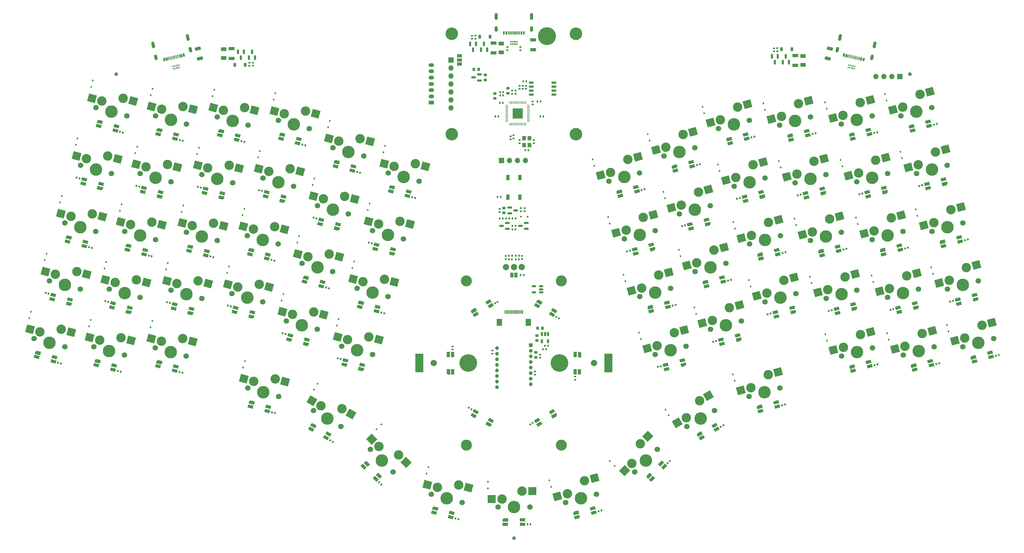
<source format=gbr>
%TF.GenerationSoftware,KiCad,Pcbnew,(7.0.0)*%
%TF.CreationDate,2023-04-03T12:52:17+01:00*%
%TF.ProjectId,Honeydew,486f6e65-7964-4657-972e-6b696361645f,rev?*%
%TF.SameCoordinates,Original*%
%TF.FileFunction,Soldermask,Bot*%
%TF.FilePolarity,Negative*%
%FSLAX46Y46*%
G04 Gerber Fmt 4.6, Leading zero omitted, Abs format (unit mm)*
G04 Created by KiCad (PCBNEW (7.0.0)) date 2023-04-03 12:52:17*
%MOMM*%
%LPD*%
G01*
G04 APERTURE LIST*
G04 Aperture macros list*
%AMRoundRect*
0 Rectangle with rounded corners*
0 $1 Rounding radius*
0 $2 $3 $4 $5 $6 $7 $8 $9 X,Y pos of 4 corners*
0 Add a 4 corners polygon primitive as box body*
4,1,4,$2,$3,$4,$5,$6,$7,$8,$9,$2,$3,0*
0 Add four circle primitives for the rounded corners*
1,1,$1+$1,$2,$3*
1,1,$1+$1,$4,$5*
1,1,$1+$1,$6,$7*
1,1,$1+$1,$8,$9*
0 Add four rect primitives between the rounded corners*
20,1,$1+$1,$2,$3,$4,$5,0*
20,1,$1+$1,$4,$5,$6,$7,0*
20,1,$1+$1,$6,$7,$8,$9,0*
20,1,$1+$1,$8,$9,$2,$3,0*%
%AMHorizOval*
0 Thick line with rounded ends*
0 $1 width*
0 $2 $3 position (X,Y) of the first rounded end (center of the circle)*
0 $4 $5 position (X,Y) of the second rounded end (center of the circle)*
0 Add line between two ends*
20,1,$1,$2,$3,$4,$5,0*
0 Add two circle primitives to create the rounded ends*
1,1,$1,$2,$3*
1,1,$1,$4,$5*%
%AMRotRect*
0 Rectangle, with rotation*
0 The origin of the aperture is its center*
0 $1 length*
0 $2 width*
0 $3 Rotation angle, in degrees counterclockwise*
0 Add horizontal line*
21,1,$1,$2,0,0,$3*%
G04 Aperture macros list end*
%ADD10C,0.100000*%
%ADD11C,2.000000*%
%ADD12R,2.500000X6.000000*%
%ADD13C,3.500000*%
%ADD14C,5.600000*%
%ADD15C,1.152000*%
%ADD16R,1.700000X1.700000*%
%ADD17O,1.700000X1.700000*%
%ADD18C,4.000000*%
%ADD19RoundRect,0.250000X0.625000X-0.350000X0.625000X0.350000X-0.625000X0.350000X-0.625000X-0.350000X0*%
%ADD20O,1.750000X1.200000*%
%ADD21C,5.700000*%
%ADD22C,1.750000*%
%ADD23C,3.000000*%
%ADD24C,3.987800*%
%ADD25RotRect,2.550000X2.500000X150.000000*%
%ADD26RotRect,2.550000X2.500000X135.000000*%
%ADD27RotRect,2.550000X2.500000X165.000000*%
%ADD28RotRect,2.550000X2.500000X195.000000*%
%ADD29RoundRect,0.112500X-0.157195X0.151994X-0.060138X-0.210228X0.157195X-0.151994X0.060138X0.210228X0*%
%ADD30RoundRect,0.135000X0.185000X-0.135000X0.185000X0.135000X-0.185000X0.135000X-0.185000X-0.135000X0*%
%ADD31R,0.300000X1.300000*%
%ADD32R,1.800000X2.200000*%
%ADD33R,2.550000X2.500000*%
%ADD34RoundRect,0.140000X-0.206244X-0.077224X0.036244X-0.217224X0.206244X0.077224X-0.036244X0.217224X0*%
%ADD35RoundRect,0.150000X-0.150000X0.512500X-0.150000X-0.512500X0.150000X-0.512500X0.150000X0.512500X0*%
%ADD36RoundRect,0.112500X-0.060138X0.210228X-0.157195X-0.151994X0.060138X-0.210228X0.157195X0.151994X0*%
%ADD37RotRect,0.600000X1.050000X12.500000*%
%ADD38RotRect,0.300000X1.050000X12.500000*%
%ADD39HorizOval,1.000000X-0.129864X0.585778X0.129864X-0.585778X0*%
%ADD40HorizOval,1.000000X-0.086576X0.390518X0.086576X-0.390518X0*%
%ADD41RoundRect,0.140000X-0.091230X-0.200442X0.179229X-0.127973X0.091230X0.200442X-0.179229X0.127973X0*%
%ADD42RoundRect,0.140000X-0.179229X-0.127973X0.091230X-0.200442X0.179229X0.127973X-0.091230X0.200442X0*%
%ADD43RoundRect,0.140000X0.140000X0.170000X-0.140000X0.170000X-0.140000X-0.170000X0.140000X-0.170000X0*%
%ADD44RoundRect,0.140000X0.036244X0.217224X-0.206244X0.077224X-0.036244X-0.217224X0.206244X-0.077224X0*%
%ADD45RotRect,1.700000X1.000000X345.000000*%
%ADD46R,1.700000X1.000000*%
%ADD47RoundRect,0.225000X-0.250000X0.225000X-0.250000X-0.225000X0.250000X-0.225000X0.250000X0.225000X0*%
%ADD48RoundRect,0.135000X0.135000X0.185000X-0.135000X0.185000X-0.135000X-0.185000X0.135000X-0.185000X0*%
%ADD49RotRect,1.700000X1.000000X15.000000*%
%ADD50RoundRect,0.140000X0.179229X0.127973X-0.091230X0.200442X-0.179229X-0.127973X0.091230X-0.200442X0*%
%ADD51RoundRect,0.135000X-0.135000X-0.185000X0.135000X-0.185000X0.135000X0.185000X-0.135000X0.185000X0*%
%ADD52RotRect,1.700000X1.000000X315.000000*%
%ADD53RotRect,1.700000X1.000000X165.000000*%
%ADD54RotRect,1.700000X1.000000X330.000000*%
%ADD55RotRect,1.700000X1.000000X195.000000*%
%ADD56RoundRect,0.250000X0.700000X-0.275000X0.700000X0.275000X-0.700000X0.275000X-0.700000X-0.275000X0*%
%ADD57RoundRect,0.140000X-0.140000X-0.170000X0.140000X-0.170000X0.140000X0.170000X-0.140000X0.170000X0*%
%ADD58RoundRect,0.140000X-0.170000X0.140000X-0.170000X-0.140000X0.170000X-0.140000X0.170000X0.140000X0*%
%ADD59RoundRect,0.225000X0.225000X0.250000X-0.225000X0.250000X-0.225000X-0.250000X0.225000X-0.250000X0*%
%ADD60RoundRect,0.140000X0.170000X-0.140000X0.170000X0.140000X-0.170000X0.140000X-0.170000X-0.140000X0*%
%ADD61RoundRect,0.135000X-0.185000X0.135000X-0.185000X-0.135000X0.185000X-0.135000X0.185000X0.135000X0*%
%ADD62RoundRect,0.225000X-0.225000X-0.375000X0.225000X-0.375000X0.225000X0.375000X-0.225000X0.375000X0*%
%ADD63RoundRect,0.225000X0.250000X-0.225000X0.250000X0.225000X-0.250000X0.225000X-0.250000X-0.225000X0*%
%ADD64R,1.000000X1.700000*%
%ADD65RoundRect,0.140000X0.021213X-0.219203X0.219203X-0.021213X-0.021213X0.219203X-0.219203X0.021213X0*%
%ADD66RoundRect,0.112500X-0.187500X-0.112500X0.187500X-0.112500X0.187500X0.112500X-0.187500X0.112500X0*%
%ADD67RoundRect,0.140000X0.091230X0.200442X-0.179229X0.127973X-0.091230X-0.200442X0.179229X-0.127973X0*%
%ADD68R,0.600000X1.050000*%
%ADD69R,0.300000X1.050000*%
%ADD70O,1.000000X2.200000*%
%ADD71O,1.000000X1.800000*%
%ADD72RotRect,0.300000X0.550000X167.500000*%
%ADD73R,1.200000X1.200000*%
%ADD74C,1.200000*%
%ADD75RoundRect,0.050000X0.387500X0.050000X-0.387500X0.050000X-0.387500X-0.050000X0.387500X-0.050000X0*%
%ADD76RoundRect,0.050000X0.050000X0.387500X-0.050000X0.387500X-0.050000X-0.387500X0.050000X-0.387500X0*%
%ADD77R,3.200000X3.200000*%
%ADD78RoundRect,0.250000X0.623886X-0.419989X0.742928X0.116974X-0.623886X0.419989X-0.742928X-0.116974X0*%
%ADD79RoundRect,0.250000X-0.700000X0.275000X-0.700000X-0.275000X0.700000X-0.275000X0.700000X0.275000X0*%
%ADD80RoundRect,0.150000X0.650000X0.150000X-0.650000X0.150000X-0.650000X-0.150000X0.650000X-0.150000X0*%
%ADD81RoundRect,0.150000X0.512500X0.150000X-0.512500X0.150000X-0.512500X-0.150000X0.512500X-0.150000X0*%
%ADD82RoundRect,0.250000X0.625000X-0.375000X0.625000X0.375000X-0.625000X0.375000X-0.625000X-0.375000X0*%
%ADD83R,1.000000X1.500000*%
%ADD84R,1.500000X1.000000*%
%ADD85RotRect,0.300000X0.550000X192.500000*%
%ADD86RoundRect,0.140000X0.219203X0.021213X0.021213X0.219203X-0.219203X-0.021213X-0.021213X-0.219203X0*%
%ADD87RoundRect,0.150000X0.587500X0.150000X-0.587500X0.150000X-0.587500X-0.150000X0.587500X-0.150000X0*%
%ADD88RoundRect,0.225000X0.225000X0.375000X-0.225000X0.375000X-0.225000X-0.375000X0.225000X-0.375000X0*%
%ADD89RotRect,2.550000X2.500000X210.000000*%
%ADD90RotRect,1.700000X1.000000X210.000000*%
%ADD91RoundRect,0.250000X-0.625000X0.375000X-0.625000X-0.375000X0.625000X-0.375000X0.625000X0.375000X0*%
%ADD92RoundRect,0.140000X0.206244X0.077224X-0.036244X0.217224X-0.206244X-0.077224X0.036244X-0.217224X0*%
%ADD93RoundRect,0.140000X-0.036244X-0.217224X0.206244X-0.077224X0.036244X0.217224X-0.206244X0.077224X0*%
%ADD94RoundRect,0.150000X0.150000X-0.587500X0.150000X0.587500X-0.150000X0.587500X-0.150000X-0.587500X0*%
%ADD95RoundRect,0.112500X-0.212132X0.053033X0.053033X-0.212132X0.212132X-0.053033X-0.053033X0.212132X0*%
%ADD96RotRect,1.700000X1.000000X150.000000*%
%ADD97R,0.300000X0.550000*%
%ADD98RoundRect,0.150000X-0.150000X0.587500X-0.150000X-0.587500X0.150000X-0.587500X0.150000X0.587500X0*%
%ADD99RoundRect,0.112500X-0.112500X0.187500X-0.112500X-0.187500X0.112500X-0.187500X0.112500X0.187500X0*%
%ADD100RoundRect,0.150000X-0.587500X-0.150000X0.587500X-0.150000X0.587500X0.150000X-0.587500X0.150000X0*%
%ADD101RotRect,1.700000X1.000000X30.000000*%
%ADD102RoundRect,0.112500X-0.191178X0.106130X-0.003678X-0.218630X0.191178X-0.106130X0.003678X0.218630X0*%
%ADD103R,1.200000X1.400000*%
%ADD104RotRect,2.550000X2.500000X225.000000*%
%ADD105RoundRect,0.112500X-0.003678X0.218630X-0.191178X-0.106130X0.003678X-0.218630X0.191178X0.106130X0*%
%ADD106RotRect,1.700000X1.000000X45.000000*%
%ADD107RotRect,0.600000X1.050000X347.500000*%
%ADD108RotRect,0.300000X1.050000X347.500000*%
%ADD109HorizOval,1.000000X-0.129864X-0.585778X0.129864X0.585778X0*%
%ADD110HorizOval,1.000000X-0.086576X-0.390518X0.086576X0.390518X0*%
%ADD111RoundRect,0.112500X0.053033X0.212132X-0.212132X-0.053033X-0.053033X-0.212132X0.212132X0.053033X0*%
%ADD112RoundRect,0.250000X0.742928X-0.116974X0.623886X0.419989X-0.742928X0.116974X-0.623886X-0.419989X0*%
G04 APERTURE END LIST*
%TO.C,D103*%
G36*
X150885935Y-176027286D02*
G01*
X150627116Y-176993212D01*
X148985042Y-176553219D01*
X149153274Y-175925367D01*
X149581935Y-175677880D01*
X150885935Y-176027286D01*
G37*
D10*
X150885935Y-176027286D02*
X150627116Y-176993212D01*
X148985042Y-176553219D01*
X149153274Y-175925367D01*
X149581935Y-175677880D01*
X150885935Y-176027286D01*
%TO.C,D104*%
G36*
X173099790Y-180459400D02*
G01*
X171399790Y-180459400D01*
X171399790Y-179809400D01*
X171749790Y-179459400D01*
X173099790Y-179459400D01*
X173099790Y-180459400D01*
G37*
X173099790Y-180459400D02*
X171399790Y-180459400D01*
X171399790Y-179809400D01*
X171749790Y-179459400D01*
X173099790Y-179459400D01*
X173099790Y-180459400D01*
%TO.C,D105*%
G36*
X195727137Y-177970090D02*
G01*
X194085063Y-178410082D01*
X193916831Y-177782231D01*
X194164318Y-177353570D01*
X195468318Y-177004164D01*
X195727137Y-177970090D01*
G37*
X195727137Y-177970090D02*
X194085063Y-178410082D01*
X193916831Y-177782231D01*
X194164318Y-177353570D01*
X195468318Y-177004164D01*
X195727137Y-177970090D01*
%TO.C,D125*%
G36*
X283577917Y-131369007D02*
G01*
X281935843Y-131808999D01*
X281767611Y-131181148D01*
X282015098Y-130752487D01*
X283319098Y-130403081D01*
X283577917Y-131369007D01*
G37*
X283577917Y-131369007D02*
X281935843Y-131808999D01*
X281767611Y-131181148D01*
X282015098Y-130752487D01*
X283319098Y-130403081D01*
X283577917Y-131369007D01*
%TO.C,D75*%
G36*
X34220718Y-89657115D02*
G01*
X33961899Y-90623041D01*
X32319825Y-90183048D01*
X32488057Y-89555196D01*
X32916718Y-89307709D01*
X34220718Y-89657115D01*
G37*
X34220718Y-89657115D02*
X33961899Y-90623041D01*
X32319825Y-90183048D01*
X32488057Y-89555196D01*
X32916718Y-89307709D01*
X34220718Y-89657115D01*
%TO.C,D102*%
G36*
X129068401Y-162261639D02*
G01*
X128361294Y-162968746D01*
X127159213Y-161766664D01*
X127618832Y-161307045D01*
X128113807Y-161307045D01*
X129068401Y-162261639D01*
G37*
X129068401Y-162261639D02*
X128361294Y-162968746D01*
X127159213Y-161766664D01*
X127618832Y-161307045D01*
X128113807Y-161307045D01*
X129068401Y-162261639D01*
%TO.C,D81*%
G36*
X53257637Y-113464195D02*
G01*
X53089405Y-114092047D01*
X52660744Y-114339534D01*
X51356744Y-113990128D01*
X51615563Y-113024202D01*
X53257637Y-113464195D01*
G37*
X53257637Y-113464195D02*
X53089405Y-114092047D01*
X52660744Y-114339534D01*
X51356744Y-113990128D01*
X51615563Y-113024202D01*
X53257637Y-113464195D01*
%TO.C,D106*%
G36*
X209475008Y-75623785D02*
G01*
X207832934Y-76063777D01*
X207664702Y-75435926D01*
X207912189Y-75007265D01*
X209216189Y-74657859D01*
X209475008Y-75623785D01*
G37*
X209475008Y-75623785D02*
X207832934Y-76063777D01*
X207664702Y-75435926D01*
X207912189Y-75007265D01*
X209216189Y-74657859D01*
X209475008Y-75623785D01*
%TO.C,D67*%
G36*
X184054546Y-110517065D02*
G01*
X183554546Y-111383090D01*
X182082303Y-110533090D01*
X182407303Y-109970173D01*
X182885411Y-109842065D01*
X184054546Y-110517065D01*
G37*
X184054546Y-110517065D02*
X183554546Y-111383090D01*
X182082303Y-110533090D01*
X182407303Y-109970173D01*
X182885411Y-109842065D01*
X184054546Y-110517065D01*
%TO.C,D101*%
G36*
X127272064Y-131652798D02*
G01*
X127103832Y-132280650D01*
X126675171Y-132528137D01*
X125371171Y-132178731D01*
X125629990Y-131212805D01*
X127272064Y-131652798D01*
G37*
X127272064Y-131652798D02*
X127103832Y-132280650D01*
X126675171Y-132528137D01*
X125371171Y-132178731D01*
X125629990Y-131212805D01*
X127272064Y-131652798D01*
%TO.C,D134*%
G36*
X322882468Y-109598165D02*
G01*
X322634981Y-110026826D01*
X321330981Y-110376232D01*
X321072162Y-109410306D01*
X322714236Y-108970314D01*
X322882468Y-109598165D01*
G37*
X322882468Y-109598165D02*
X322634981Y-110026826D01*
X321330981Y-110376232D01*
X321072162Y-109410306D01*
X322714236Y-108970314D01*
X322882468Y-109598165D01*
%TO.C,D78*%
G36*
X63098919Y-55485730D02*
G01*
X62840100Y-56451656D01*
X61198026Y-56011663D01*
X61366258Y-55383811D01*
X61794919Y-55136324D01*
X63098919Y-55485730D01*
G37*
X63098919Y-55485730D02*
X62840100Y-56451656D01*
X61198026Y-56011663D01*
X61366258Y-55383811D01*
X61794919Y-55136324D01*
X63098919Y-55485730D01*
%TO.C,D98*%
G36*
X137113320Y-73674341D02*
G01*
X136854501Y-74640267D01*
X135212427Y-74200274D01*
X135380659Y-73572422D01*
X135809320Y-73324935D01*
X137113320Y-73674341D01*
G37*
X137113320Y-73674341D02*
X136854501Y-74640267D01*
X135212427Y-74200274D01*
X135380659Y-73572422D01*
X135809320Y-73324935D01*
X137113320Y-73674341D01*
%TO.C,D90*%
G36*
X92299494Y-93714772D02*
G01*
X92040675Y-94680698D01*
X90398601Y-94240705D01*
X90566833Y-93612853D01*
X90995494Y-93365366D01*
X92299494Y-93714772D01*
G37*
X92299494Y-93714772D02*
X92040675Y-94680698D01*
X90398601Y-94240705D01*
X90566833Y-93612853D01*
X90995494Y-93365366D01*
X92299494Y-93714772D01*
%TO.C,D100*%
G36*
X127252317Y-110476112D02*
G01*
X126993498Y-111442038D01*
X125351424Y-111002045D01*
X125519656Y-110374193D01*
X125948317Y-110126706D01*
X127252317Y-110476112D01*
G37*
X127252317Y-110476112D02*
X126993498Y-111442038D01*
X125351424Y-111002045D01*
X125519656Y-110374193D01*
X125948317Y-110126706D01*
X127252317Y-110476112D01*
%TO.C,D87*%
G36*
X63010405Y-129419554D02*
G01*
X62751586Y-130385480D01*
X61109512Y-129945487D01*
X61277744Y-129317635D01*
X61706405Y-129070148D01*
X63010405Y-129419554D01*
G37*
X63010405Y-129419554D02*
X62751586Y-130385480D01*
X61109512Y-129945487D01*
X61277744Y-129317635D01*
X61706405Y-129070148D01*
X63010405Y-129419554D01*
%TO.C,D68*%
G36*
X196400011Y-126749988D02*
G01*
X196400011Y-128099988D01*
X195400011Y-128099988D01*
X195400011Y-126399988D01*
X196050011Y-126399988D01*
X196400011Y-126749988D01*
G37*
X196400011Y-126749988D02*
X196400011Y-128099988D01*
X195400011Y-128099988D01*
X195400011Y-126399988D01*
X196050011Y-126399988D01*
X196400011Y-126749988D01*
%TO.C,D84*%
G36*
X82752162Y-76992690D02*
G01*
X82583930Y-77620542D01*
X82155269Y-77868029D01*
X80851269Y-77518623D01*
X81110088Y-76552697D01*
X82752162Y-76992690D01*
G37*
X82752162Y-76992690D02*
X82583930Y-77620542D01*
X82155269Y-77868029D01*
X80851269Y-77518623D01*
X81110088Y-76552697D01*
X82752162Y-76992690D01*
%TO.C,D91*%
G36*
X92319244Y-114891439D02*
G01*
X92151012Y-115519291D01*
X91722351Y-115766778D01*
X90418351Y-115417372D01*
X90677170Y-114451446D01*
X92319244Y-114891439D01*
G37*
X92319244Y-114891439D02*
X92151012Y-115519291D01*
X91722351Y-115766778D01*
X90418351Y-115417372D01*
X90677170Y-114451446D01*
X92319244Y-114891439D01*
%TO.C,D83*%
G36*
X82732419Y-55816012D02*
G01*
X82473600Y-56781938D01*
X80831526Y-56341945D01*
X80999758Y-55714093D01*
X81428419Y-55466606D01*
X82732419Y-55816012D01*
G37*
X82732419Y-55816012D02*
X82473600Y-56781938D01*
X80831526Y-56341945D01*
X80999758Y-55714093D01*
X81428419Y-55466606D01*
X82732419Y-55816012D01*
%TO.C,D95*%
G36*
X109673206Y-102478818D02*
G01*
X109414387Y-103444744D01*
X107772313Y-103004751D01*
X107940545Y-102376899D01*
X108369206Y-102129412D01*
X109673206Y-102478818D01*
G37*
X109673206Y-102478818D02*
X109414387Y-103444744D01*
X107772313Y-103004751D01*
X107940545Y-102376899D01*
X108369206Y-102129412D01*
X109673206Y-102478818D01*
%TO.C,D86*%
G36*
X72891151Y-113794477D02*
G01*
X72722919Y-114422329D01*
X72294258Y-114669816D01*
X70990258Y-114320410D01*
X71249077Y-113354484D01*
X72891151Y-113794477D01*
G37*
X72891151Y-113794477D02*
X72722919Y-114422329D01*
X72294258Y-114669816D01*
X70990258Y-114320410D01*
X71249077Y-113354484D01*
X72891151Y-113794477D01*
%TO.C,D129*%
G36*
X303865278Y-112228555D02*
G01*
X303617791Y-112657216D01*
X302313791Y-113006622D01*
X302054972Y-112040696D01*
X303697046Y-111600704D01*
X303865278Y-112228555D01*
G37*
X303865278Y-112228555D02*
X303617791Y-112657216D01*
X302313791Y-113006622D01*
X302054972Y-112040696D01*
X303697046Y-111600704D01*
X303865278Y-112228555D01*
%TO.C,D93*%
G36*
X119534198Y-65677002D02*
G01*
X119275379Y-66642928D01*
X117633305Y-66202935D01*
X117801537Y-65575083D01*
X118230198Y-65327596D01*
X119534198Y-65677002D01*
G37*
X119534198Y-65677002D02*
X119275379Y-66642928D01*
X117633305Y-66202935D01*
X117801537Y-65575083D01*
X118230198Y-65327596D01*
X119534198Y-65677002D01*
%TO.C,D127*%
G36*
X294004273Y-75426755D02*
G01*
X293756786Y-75855416D01*
X292452786Y-76204822D01*
X292193967Y-75238896D01*
X293836041Y-74798904D01*
X294004273Y-75426755D01*
G37*
X294004273Y-75426755D02*
X293756786Y-75855416D01*
X292452786Y-76204822D01*
X292193967Y-75238896D01*
X293836041Y-74798904D01*
X294004273Y-75426755D01*
%TO.C,D130*%
G36*
X303211433Y-131038741D02*
G01*
X301569359Y-131478733D01*
X301401127Y-130850882D01*
X301648614Y-130422221D01*
X302952614Y-130072815D01*
X303211433Y-131038741D01*
G37*
X303211433Y-131038741D02*
X301569359Y-131478733D01*
X301401127Y-130850882D01*
X301648614Y-130422221D01*
X302952614Y-130072815D01*
X303211433Y-131038741D01*
%TO.C,D124*%
G36*
X284231767Y-112558829D02*
G01*
X283984280Y-112987490D01*
X282680280Y-113336896D01*
X282421461Y-112370970D01*
X284063535Y-111930978D01*
X284231767Y-112558829D01*
G37*
X284231767Y-112558829D02*
X283984280Y-112987490D01*
X282680280Y-113336896D01*
X282421461Y-112370970D01*
X284063535Y-111930978D01*
X284231767Y-112558829D01*
%TO.C,D107*%
G36*
X219989851Y-93615387D02*
G01*
X219742364Y-94044048D01*
X218438364Y-94393454D01*
X218179545Y-93427528D01*
X219821619Y-92987536D01*
X219989851Y-93615387D01*
G37*
X219989851Y-93615387D02*
X219742364Y-94044048D01*
X218438364Y-94393454D01*
X218179545Y-93427528D01*
X219821619Y-92987536D01*
X219989851Y-93615387D01*
%TO.C,D85*%
G36*
X72871419Y-92617778D02*
G01*
X72612600Y-93583704D01*
X70970526Y-93143711D01*
X71138758Y-92515859D01*
X71567419Y-92268372D01*
X72871419Y-92617778D01*
G37*
X72871419Y-92617778D02*
X72612600Y-93583704D01*
X70970526Y-93143711D01*
X71138758Y-92515859D01*
X71567419Y-92268372D01*
X72871419Y-92617778D01*
%TO.C,D92*%
G36*
X92445945Y-142237270D02*
G01*
X92187126Y-143203196D01*
X90545052Y-142763203D01*
X90713284Y-142135351D01*
X91141945Y-141887864D01*
X92445945Y-142237270D01*
G37*
X92445945Y-142237270D02*
X92187126Y-143203196D01*
X90545052Y-142763203D01*
X90713284Y-142135351D01*
X91141945Y-141887864D01*
X92445945Y-142237270D01*
%TO.C,D73*%
G36*
X44081713Y-52855330D02*
G01*
X43822894Y-53821256D01*
X42180820Y-53381263D01*
X42349052Y-52753411D01*
X42777713Y-52505924D01*
X44081713Y-52855330D01*
G37*
X44081713Y-52855330D02*
X43822894Y-53821256D01*
X42180820Y-53381263D01*
X42349052Y-52753411D01*
X42777713Y-52505924D01*
X44081713Y-52855330D01*
%TO.C,D108*%
G36*
X219335991Y-112425551D02*
G01*
X217693917Y-112865543D01*
X217525685Y-112237692D01*
X217773172Y-111809031D01*
X219077172Y-111459625D01*
X219335991Y-112425551D01*
G37*
X219335991Y-112425551D02*
X217693917Y-112865543D01*
X217525685Y-112237692D01*
X217773172Y-111809031D01*
X219077172Y-111459625D01*
X219335991Y-112425551D01*
%TO.C,D112*%
G36*
X237568992Y-85618072D02*
G01*
X237321505Y-86046733D01*
X236017505Y-86396139D01*
X235758686Y-85430213D01*
X237400760Y-84990221D01*
X237568992Y-85618072D01*
G37*
X237568992Y-85618072D02*
X237321505Y-86046733D01*
X236017505Y-86396139D01*
X235758686Y-85430213D01*
X237400760Y-84990221D01*
X237568992Y-85618072D01*
%TO.C,D131*%
G36*
X302506607Y-54804774D02*
G01*
X300864533Y-55244766D01*
X300696301Y-54616915D01*
X300943788Y-54188254D01*
X302247788Y-53838848D01*
X302506607Y-54804774D01*
G37*
X302506607Y-54804774D02*
X300864533Y-55244766D01*
X300696301Y-54616915D01*
X300943788Y-54188254D01*
X302247788Y-53838848D01*
X302506607Y-54804774D01*
%TO.C,D76*%
G36*
X34240469Y-110833819D02*
G01*
X34072237Y-111461671D01*
X33643576Y-111709158D01*
X32339576Y-111359752D01*
X32598395Y-110393826D01*
X34240469Y-110833819D01*
G37*
X34240469Y-110833819D02*
X34072237Y-111461671D01*
X33643576Y-111709158D01*
X32339576Y-111359752D01*
X32598395Y-110393826D01*
X34240469Y-110833819D01*
%TO.C,D89*%
G36*
X102180248Y-78089669D02*
G01*
X102012016Y-78717521D01*
X101583355Y-78965008D01*
X100279355Y-78615602D01*
X100538174Y-77649676D01*
X102180248Y-78089669D01*
G37*
X102180248Y-78089669D02*
X102012016Y-78717521D01*
X101583355Y-78965008D01*
X100279355Y-78615602D01*
X100538174Y-77649676D01*
X102180248Y-78089669D01*
%TO.C,D117*%
G36*
X254942678Y-76854032D02*
G01*
X254695191Y-77282693D01*
X253391191Y-77632099D01*
X253132372Y-76666173D01*
X254774446Y-76226181D01*
X254942678Y-76854032D01*
G37*
X254942678Y-76854032D02*
X254695191Y-77282693D01*
X253391191Y-77632099D01*
X253132372Y-76666173D01*
X254774446Y-76226181D01*
X254942678Y-76854032D01*
%TO.C,D96*%
G36*
X109692948Y-123655475D02*
G01*
X109524716Y-124283327D01*
X109096055Y-124530814D01*
X107792055Y-124181408D01*
X108050874Y-123215482D01*
X109692948Y-123655475D01*
G37*
X109692948Y-123655475D02*
X109524716Y-124283327D01*
X109096055Y-124530814D01*
X107792055Y-124181408D01*
X108050874Y-123215482D01*
X109692948Y-123655475D01*
%TO.C,D77*%
G36*
X24359706Y-126458889D02*
G01*
X24100887Y-127424815D01*
X22458813Y-126984822D01*
X22627045Y-126356970D01*
X23055706Y-126109483D01*
X24359706Y-126458889D01*
G37*
X24359706Y-126458889D02*
X24100887Y-127424815D01*
X22458813Y-126984822D01*
X22627045Y-126356970D01*
X23055706Y-126109483D01*
X24359706Y-126458889D01*
%TO.C,D113*%
G36*
X236915141Y-104428238D02*
G01*
X235273067Y-104868230D01*
X235104835Y-104240379D01*
X235352322Y-103811718D01*
X236656322Y-103462312D01*
X236915141Y-104428238D01*
G37*
X236915141Y-104428238D02*
X235273067Y-104868230D01*
X235104835Y-104240379D01*
X235352322Y-103811718D01*
X236656322Y-103462312D01*
X236915141Y-104428238D01*
%TO.C,D71*%
G36*
X154599994Y-133600005D02*
G01*
X153949994Y-133600005D01*
X153599994Y-133250005D01*
X153599994Y-131900005D01*
X154599994Y-131900005D01*
X154599994Y-133600005D01*
G37*
X154599994Y-133600005D02*
X153949994Y-133600005D01*
X153599994Y-133250005D01*
X153599994Y-131900005D01*
X154599994Y-131900005D01*
X154599994Y-133600005D01*
%TO.C,D82*%
G36*
X43376902Y-129089274D02*
G01*
X43118083Y-130055200D01*
X41476009Y-129615207D01*
X41644241Y-128987355D01*
X42072902Y-128739868D01*
X43376902Y-129089274D01*
G37*
X43376902Y-129089274D02*
X43118083Y-130055200D01*
X41476009Y-129615207D01*
X41644241Y-128987355D01*
X42072902Y-128739868D01*
X43376902Y-129089274D01*
%TO.C,D132*%
G36*
X313021468Y-72796383D02*
G01*
X312773981Y-73225044D01*
X311469981Y-73574450D01*
X311211162Y-72608524D01*
X312853236Y-72168532D01*
X313021468Y-72796383D01*
G37*
X313021468Y-72796383D02*
X312773981Y-73225044D01*
X311469981Y-73574450D01*
X311211162Y-72608524D01*
X312853236Y-72168532D01*
X313021468Y-72796383D01*
%TO.C,D69*%
G36*
X188642703Y-146429828D02*
G01*
X188514595Y-146907936D01*
X187345460Y-147582936D01*
X186845460Y-146716911D01*
X188317703Y-145866911D01*
X188642703Y-146429828D01*
G37*
X188642703Y-146429828D02*
X188514595Y-146907936D01*
X187345460Y-147582936D01*
X186845460Y-146716911D01*
X188317703Y-145866911D01*
X188642703Y-146429828D01*
%TO.C,D122*%
G36*
X274370748Y-75757065D02*
G01*
X274123261Y-76185726D01*
X272819261Y-76535132D01*
X272560442Y-75569206D01*
X274202516Y-75129214D01*
X274370748Y-75757065D01*
G37*
X274370748Y-75757065D02*
X274123261Y-76185726D01*
X272819261Y-76535132D01*
X272560442Y-75569206D01*
X274202516Y-75129214D01*
X274370748Y-75757065D01*
%TO.C,D99*%
G36*
X137133083Y-94851013D02*
G01*
X136964851Y-95478865D01*
X136536190Y-95726352D01*
X135232190Y-95376946D01*
X135491009Y-94411020D01*
X137133083Y-94851013D01*
G37*
X137133083Y-94851013D02*
X136964851Y-95478865D01*
X136536190Y-95726352D01*
X135232190Y-95376946D01*
X135491009Y-94411020D01*
X137133083Y-94851013D01*
%TO.C,D80*%
G36*
X53237929Y-92287497D02*
G01*
X52979110Y-93253423D01*
X51337036Y-92813430D01*
X51505268Y-92185578D01*
X51933929Y-91938091D01*
X53237929Y-92287497D01*
G37*
X53237929Y-92287497D02*
X52979110Y-93253423D01*
X51337036Y-92813430D01*
X51505268Y-92185578D01*
X51933929Y-91938091D01*
X53237929Y-92287497D01*
%TO.C,D109*%
G36*
X229850850Y-130417156D02*
G01*
X229603363Y-130845817D01*
X228299363Y-131195223D01*
X228040544Y-130229297D01*
X229682618Y-129789305D01*
X229850850Y-130417156D01*
G37*
X229850850Y-130417156D02*
X229603363Y-130845817D01*
X228299363Y-131195223D01*
X228040544Y-130229297D01*
X229682618Y-129789305D01*
X229850850Y-130417156D01*
%TO.C,D133*%
G36*
X312367606Y-91606541D02*
G01*
X310725532Y-92046533D01*
X310557300Y-91418682D01*
X310804787Y-90990021D01*
X312108787Y-90640615D01*
X312367606Y-91606541D01*
G37*
X312367606Y-91606541D02*
X310725532Y-92046533D01*
X310557300Y-91418682D01*
X310804787Y-90990021D01*
X312108787Y-90640615D01*
X312367606Y-91606541D01*
%TO.C,D126*%
G36*
X283489430Y-57435169D02*
G01*
X281847356Y-57875161D01*
X281679124Y-57247310D01*
X281926611Y-56818649D01*
X283230611Y-56469243D01*
X283489430Y-57435169D01*
G37*
X283489430Y-57435169D02*
X281847356Y-57875161D01*
X281679124Y-57247310D01*
X281926611Y-56818649D01*
X283230611Y-56469243D01*
X283489430Y-57435169D01*
%TO.C,D111*%
G36*
X227054122Y-67626463D02*
G01*
X225412048Y-68066455D01*
X225243816Y-67438604D01*
X225491303Y-67009943D01*
X226795303Y-66660537D01*
X227054122Y-67626463D01*
G37*
X227054122Y-67626463D02*
X225412048Y-68066455D01*
X225243816Y-67438604D01*
X225491303Y-67009943D01*
X226795303Y-66660537D01*
X227054122Y-67626463D01*
%TO.C,D70*%
G36*
X167917692Y-149466913D02*
G01*
X167592692Y-150029830D01*
X167114584Y-150157938D01*
X165945449Y-149482938D01*
X166445449Y-148616913D01*
X167917692Y-149466913D01*
G37*
X167917692Y-149466913D02*
X167592692Y-150029830D01*
X167114584Y-150157938D01*
X165945449Y-149482938D01*
X166445449Y-148616913D01*
X167917692Y-149466913D01*
%TO.C,D114*%
G36*
X247429980Y-122419848D02*
G01*
X247182493Y-122848509D01*
X245878493Y-123197915D01*
X245619674Y-122231989D01*
X247261748Y-121791997D01*
X247429980Y-122419848D01*
G37*
X247429980Y-122419848D02*
X247182493Y-122848509D01*
X245878493Y-123197915D01*
X245619674Y-122231989D01*
X247261748Y-121791997D01*
X247429980Y-122419848D01*
%TO.C,D123*%
G36*
X273716918Y-94567228D02*
G01*
X272074844Y-95007220D01*
X271906612Y-94379369D01*
X272154099Y-93950708D01*
X273458099Y-93601302D01*
X273716918Y-94567228D01*
G37*
X273716918Y-94567228D02*
X272074844Y-95007220D01*
X271906612Y-94379369D01*
X272154099Y-93950708D01*
X273458099Y-93601302D01*
X273716918Y-94567228D01*
%TO.C,D135*%
G36*
X322228625Y-128408324D02*
G01*
X320586551Y-128848316D01*
X320418319Y-128220465D01*
X320665806Y-127791804D01*
X321969806Y-127442398D01*
X322228625Y-128408324D01*
G37*
X322228625Y-128408324D02*
X320586551Y-128848316D01*
X320418319Y-128220465D01*
X320665806Y-127791804D01*
X321969806Y-127442398D01*
X322228625Y-128408324D01*
%TO.C,D128*%
G36*
X293350426Y-94236951D02*
G01*
X291708352Y-94676943D01*
X291540120Y-94049092D01*
X291787607Y-93620431D01*
X293091607Y-93271025D01*
X293350426Y-94236951D01*
G37*
X293350426Y-94236951D02*
X291708352Y-94676943D01*
X291540120Y-94049092D01*
X291787607Y-93620431D01*
X293091607Y-93271025D01*
X293350426Y-94236951D01*
%TO.C,D97*%
G36*
X112124405Y-149845299D02*
G01*
X111624405Y-150711324D01*
X110152162Y-149861324D01*
X110477162Y-149298407D01*
X110955270Y-149170299D01*
X112124405Y-149845299D01*
G37*
X112124405Y-149845299D02*
X111624405Y-150711324D01*
X110152162Y-149861324D01*
X110477162Y-149298407D01*
X110955270Y-149170299D01*
X112124405Y-149845299D01*
%TO.C,D72*%
G36*
X163154566Y-113283086D02*
G01*
X161682323Y-114133086D01*
X161357323Y-113570169D01*
X161485431Y-113092061D01*
X162654566Y-112417061D01*
X163154566Y-113283086D01*
G37*
X163154566Y-113283086D02*
X161682323Y-114133086D01*
X161357323Y-113570169D01*
X161485431Y-113092061D01*
X162654566Y-112417061D01*
X163154566Y-113283086D01*
%TO.C,D94*%
G36*
X119553931Y-86853688D02*
G01*
X119385699Y-87481540D01*
X118957038Y-87729027D01*
X117653038Y-87379621D01*
X117911857Y-86413695D01*
X119553931Y-86853688D01*
G37*
X119553931Y-86853688D02*
X119385699Y-87481540D01*
X118957038Y-87729027D01*
X117653038Y-87379621D01*
X117911857Y-86413695D01*
X119553931Y-86853688D01*
%TO.C,D119*%
G36*
X264803680Y-113655801D02*
G01*
X264556193Y-114084462D01*
X263252193Y-114433868D01*
X262993374Y-113467942D01*
X264635448Y-113027950D01*
X264803680Y-113655801D01*
G37*
X264803680Y-113655801D02*
X264556193Y-114084462D01*
X263252193Y-114433868D01*
X262993374Y-113467942D01*
X264635448Y-113027950D01*
X264803680Y-113655801D01*
%TO.C,D120*%
G36*
X254142402Y-144186717D02*
G01*
X252500328Y-144626709D01*
X252332096Y-143998858D01*
X252579583Y-143570197D01*
X253883583Y-143220791D01*
X254142402Y-144186717D01*
G37*
X254142402Y-144186717D02*
X252500328Y-144626709D01*
X252332096Y-143998858D01*
X252579583Y-143570197D01*
X253883583Y-143220791D01*
X254142402Y-144186717D01*
%TO.C,D115*%
G36*
X235069448Y-152604212D02*
G01*
X233597205Y-153454212D01*
X233272205Y-152891295D01*
X233400313Y-152413187D01*
X234569448Y-151738187D01*
X235069448Y-152604212D01*
G37*
X235069448Y-152604212D02*
X233597205Y-153454212D01*
X233272205Y-152891295D01*
X233400313Y-152413187D01*
X234569448Y-151738187D01*
X235069448Y-152604212D01*
%TO.C,D116*%
G36*
X244427809Y-58862433D02*
G01*
X242785735Y-59302425D01*
X242617503Y-58674574D01*
X242864990Y-58245913D01*
X244168990Y-57896507D01*
X244427809Y-58862433D01*
G37*
X244427809Y-58862433D02*
X242785735Y-59302425D01*
X242617503Y-58674574D01*
X242864990Y-58245913D01*
X244168990Y-57896507D01*
X244427809Y-58862433D01*
%TO.C,D110*%
G36*
X218946929Y-165654407D02*
G01*
X217744847Y-166856488D01*
X217285228Y-166396869D01*
X217285228Y-165901894D01*
X218239822Y-164947300D01*
X218946929Y-165654407D01*
G37*
X218946929Y-165654407D02*
X217744847Y-166856488D01*
X217285228Y-166396869D01*
X217285228Y-165901894D01*
X218239822Y-164947300D01*
X218946929Y-165654407D01*
%TO.C,D74*%
G36*
X44101462Y-74032026D02*
G01*
X43933230Y-74659878D01*
X43504569Y-74907365D01*
X42200569Y-74557959D01*
X42459388Y-73592033D01*
X44101462Y-74032026D01*
G37*
X44101462Y-74032026D02*
X43933230Y-74659878D01*
X43504569Y-74907365D01*
X42200569Y-74557959D01*
X42459388Y-73592033D01*
X44101462Y-74032026D01*
%TO.C,D79*%
G36*
X63118662Y-76662410D02*
G01*
X62950430Y-77290262D01*
X62521769Y-77537749D01*
X61217769Y-77188343D01*
X61476588Y-76222417D01*
X63118662Y-76662410D01*
G37*
X63118662Y-76662410D02*
X62950430Y-77290262D01*
X62521769Y-77537749D01*
X61217769Y-77188343D01*
X61476588Y-76222417D01*
X63118662Y-76662410D01*
%TO.C,D121*%
G36*
X263855902Y-57765458D02*
G01*
X262213828Y-58205450D01*
X262045596Y-57577599D01*
X262293083Y-57148938D01*
X263597083Y-56799532D01*
X263855902Y-57765458D01*
G37*
X263855902Y-57765458D02*
X262213828Y-58205450D01*
X262045596Y-57577599D01*
X262293083Y-57148938D01*
X263597083Y-56799532D01*
X263855902Y-57765458D01*
%TO.C,D88*%
G36*
X102160515Y-56912979D02*
G01*
X101901696Y-57878905D01*
X100259622Y-57438912D01*
X100427854Y-56811060D01*
X100856515Y-56563573D01*
X102160515Y-56912979D01*
G37*
X102160515Y-56912979D02*
X101901696Y-57878905D01*
X100259622Y-57438912D01*
X100427854Y-56811060D01*
X100856515Y-56563573D01*
X102160515Y-56912979D01*
%TO.C,D118*%
G36*
X254288836Y-95664217D02*
G01*
X252646762Y-96104209D01*
X252478530Y-95476358D01*
X252726017Y-95047697D01*
X254030017Y-94698291D01*
X254288836Y-95664217D01*
G37*
X254288836Y-95664217D02*
X252646762Y-96104209D01*
X252478530Y-95476358D01*
X252726017Y-95047697D01*
X254030017Y-94698291D01*
X254288836Y-95664217D01*
%TD*%
D11*
%TO.C,SW64*%
X200500000Y-130000000D03*
X149500000Y-130000000D03*
X177500000Y-99400000D03*
X172500000Y-99400000D03*
X175000000Y-99400000D03*
D12*
X205099999Y-129999999D03*
D13*
X190100000Y-156153967D03*
X190100000Y-103846033D03*
D14*
X189500000Y-130000000D03*
X160500000Y-130000000D03*
D13*
X159900000Y-156153967D03*
X159900000Y-103846033D03*
D12*
X144899999Y-129999999D03*
%TD*%
D15*
%TO.C,H3*%
X48371260Y-37949041D03*
%TD*%
%TO.C,H2*%
X301126734Y-37950289D03*
%TD*%
D16*
%TO.C,J9*%
X297899999Y-38699997D03*
D17*
X295359999Y-38699997D03*
X292819999Y-38699997D03*
X290279999Y-38699997D03*
%TD*%
D16*
%TO.C,J4*%
X155000000Y-33429998D03*
D17*
X155000000Y-35969998D03*
X155000000Y-38509998D03*
X155000000Y-41049998D03*
X155000000Y-43589998D03*
X155000000Y-46129998D03*
X155000000Y-48669998D03*
D18*
X155250001Y-25049999D03*
X155250001Y-57049999D03*
X194750001Y-25049999D03*
X194750001Y-57049999D03*
%TD*%
D19*
%TO.C,J5*%
X148699885Y-47046790D03*
D20*
X148699884Y-45046789D03*
X148699884Y-43046789D03*
X148699884Y-41046789D03*
X148699884Y-39046789D03*
X148699884Y-37046789D03*
X148699884Y-35046789D03*
%TD*%
D15*
%TO.C,H1*%
X174999999Y-185749998D03*
%TD*%
D16*
%TO.C,J1*%
X171099826Y-65446785D03*
D17*
X173639826Y-65446785D03*
X176179826Y-65446785D03*
X178719826Y-65446785D03*
%TD*%
D21*
%TO.C,H4*%
X185500004Y-25846787D03*
%TD*%
D22*
%TO.C,SW25*%
X119959526Y-150253806D03*
D23*
X120299822Y-144584397D03*
D24*
X115560117Y-147713806D03*
D23*
X113530560Y-143609101D03*
D22*
X111160708Y-145173806D03*
D25*
X110694326Y-141971600D03*
X123159436Y-146235396D03*
%TD*%
D22*
%TO.C,SW30*%
X136517845Y-164685345D03*
D23*
X138313897Y-159297192D03*
D24*
X132925743Y-161093243D03*
D23*
X132027717Y-156603115D03*
D22*
X129333641Y-157501141D03*
D26*
X129711942Y-154287339D03*
X140648762Y-161632057D03*
%TD*%
D22*
%TO.C,SW1*%
X51742695Y-51232842D03*
D23*
X50604044Y-45668538D03*
D24*
X46835792Y-49918041D03*
D23*
X43813015Y-46478489D03*
D22*
X41928889Y-48603240D03*
D27*
X40649607Y-45630855D03*
X53793530Y-46523158D03*
%TD*%
D22*
%TO.C,SW24*%
X112403677Y-119257189D03*
D23*
X111265026Y-113692885D03*
D24*
X107496774Y-117942388D03*
D23*
X104473997Y-114502836D03*
D22*
X102589871Y-116627587D03*
D27*
X101310589Y-113655202D03*
X114454512Y-114547505D03*
%TD*%
D22*
%TO.C,SW29*%
X129982796Y-127254534D03*
D23*
X128844145Y-121690230D03*
D24*
X125075893Y-125939733D03*
D23*
X122053116Y-122500181D03*
D22*
X120168990Y-124624932D03*
D27*
X118889708Y-121652547D03*
X132033631Y-122544850D03*
%TD*%
D22*
%TO.C,SW14*%
X75601885Y-109396193D03*
D23*
X74463234Y-103831889D03*
D24*
X70694982Y-108081392D03*
D23*
X67672205Y-104641840D03*
D22*
X65788079Y-106766591D03*
D27*
X64508797Y-103794206D03*
X77652720Y-104686509D03*
%TD*%
D22*
%TO.C,SW19*%
X95029968Y-110493160D03*
D23*
X93891317Y-104928856D03*
D24*
X90123065Y-109178359D03*
D23*
X87100288Y-105738807D03*
D22*
X85216162Y-107863558D03*
D27*
X83936880Y-104891173D03*
X97080803Y-105783476D03*
%TD*%
D22*
%TO.C,SW5*%
X32020677Y-124836407D03*
D23*
X30882026Y-119272103D03*
D24*
X27113774Y-123521606D03*
D23*
X24090997Y-120082054D03*
D22*
X22206871Y-122206805D03*
D27*
X20927589Y-119234420D03*
X34071512Y-120126723D03*
%TD*%
D22*
%TO.C,SW22*%
X122264668Y-82455407D03*
D23*
X121126017Y-76891103D03*
D24*
X117357765Y-81140606D03*
D23*
X114334988Y-77701054D03*
D22*
X112450862Y-79825805D03*
D27*
X111171580Y-76853420D03*
X124315503Y-77745723D03*
%TD*%
D22*
%TO.C,SW27*%
X139843801Y-90452745D03*
D23*
X138705150Y-84888441D03*
D24*
X134936898Y-89137944D03*
D23*
X131914121Y-85698392D03*
D22*
X130029995Y-87823143D03*
D27*
X128750713Y-84850758D03*
X141894636Y-85743061D03*
%TD*%
D22*
%TO.C,SW3*%
X41881672Y-88034633D03*
D23*
X40743021Y-82470329D03*
D24*
X36974769Y-86719832D03*
D23*
X33951992Y-83280280D03*
D22*
X32067866Y-85405031D03*
D27*
X30788584Y-82432646D03*
X43932507Y-83324949D03*
%TD*%
D22*
%TO.C,SW8*%
X60898885Y-90665007D03*
D23*
X59760234Y-85100703D03*
D24*
X55991982Y-89350206D03*
D23*
X52969205Y-85910654D03*
D22*
X51085079Y-88035405D03*
D27*
X49805797Y-85063020D03*
X62949720Y-85955323D03*
%TD*%
D22*
%TO.C,SW13*%
X80532398Y-90995293D03*
D23*
X79393747Y-85430989D03*
D24*
X75625495Y-89680492D03*
D23*
X72602718Y-86240940D03*
D22*
X70718592Y-88365691D03*
D27*
X69439310Y-85393306D03*
X82583233Y-86285609D03*
%TD*%
D22*
%TO.C,SW23*%
X117334179Y-100856333D03*
D23*
X116195528Y-95292029D03*
D24*
X112427276Y-99541532D03*
D23*
X109404499Y-96101980D03*
D22*
X107520373Y-98226731D03*
D27*
X106241091Y-95254346D03*
X119385014Y-96146649D03*
%TD*%
D22*
%TO.C,SW18*%
X99960451Y-92092278D03*
D23*
X98821800Y-86527974D03*
D24*
X95053548Y-90777477D03*
D23*
X92030771Y-87337925D03*
D22*
X90146645Y-89462676D03*
D27*
X88867363Y-86490291D03*
X102011286Y-87382594D03*
%TD*%
D22*
%TO.C,SW28*%
X134913293Y-108853633D03*
D23*
X133774642Y-103289329D03*
D24*
X130006390Y-107538832D03*
D23*
X126983613Y-104099280D03*
D22*
X125099487Y-106224031D03*
D27*
X123820205Y-103251646D03*
X136964128Y-104143949D03*
%TD*%
D22*
%TO.C,SW4*%
X36951192Y-106435531D03*
D23*
X35812541Y-100871227D03*
D24*
X32044289Y-105120730D03*
D23*
X29021512Y-101681178D03*
D22*
X27137386Y-103805929D03*
D27*
X25858104Y-100833544D03*
X39002027Y-101725847D03*
%TD*%
D22*
%TO.C,SW9*%
X55968355Y-109065912D03*
D23*
X54829704Y-103501608D03*
D24*
X51061452Y-107751111D03*
D23*
X48038675Y-104311559D03*
D22*
X46154549Y-106436310D03*
D27*
X44875267Y-103463925D03*
X58019190Y-104356228D03*
%TD*%
D22*
%TO.C,SW10*%
X51037875Y-127466795D03*
D23*
X49899224Y-121902491D03*
D24*
X46130972Y-126151994D03*
D23*
X43108195Y-122712442D03*
D22*
X41224069Y-124837193D03*
D27*
X39944787Y-121864808D03*
X53088710Y-122757111D03*
%TD*%
D22*
%TO.C,SW15*%
X70671386Y-127797072D03*
D23*
X69532735Y-122232768D03*
D24*
X65764483Y-126482271D03*
D23*
X62741706Y-123042719D03*
D22*
X60857580Y-125167470D03*
D27*
X59578298Y-122195085D03*
X72722221Y-123087388D03*
%TD*%
D22*
%TO.C,SW20*%
X100106900Y-140614800D03*
D23*
X98968249Y-135050496D03*
D24*
X95199997Y-139299999D03*
D23*
X92177220Y-135860447D03*
D22*
X90293094Y-137985198D03*
D27*
X89013812Y-135012813D03*
X102157735Y-135905116D03*
%TD*%
D22*
%TO.C,SW11*%
X90393398Y-54193542D03*
D23*
X89254747Y-48629238D03*
D24*
X85486495Y-52878741D03*
D23*
X82463718Y-49439189D03*
D22*
X80579592Y-51563940D03*
D27*
X79300310Y-48591555D03*
X92444233Y-49483858D03*
%TD*%
D22*
%TO.C,SW2*%
X46812191Y-69633740D03*
D23*
X45673540Y-64069436D03*
D24*
X41905288Y-68318939D03*
D23*
X38882511Y-64879387D03*
D22*
X36998385Y-67004138D03*
D27*
X35719103Y-64031753D03*
X48863026Y-64924056D03*
%TD*%
D22*
%TO.C,SW12*%
X85462891Y-72594407D03*
D23*
X84324240Y-67030103D03*
D24*
X80555988Y-71279606D03*
D23*
X77533211Y-67840054D03*
D22*
X75649085Y-69964805D03*
D27*
X74369803Y-66992420D03*
X87513726Y-67884723D03*
%TD*%
D22*
%TO.C,SW21*%
X127195178Y-64054527D03*
D23*
X126056527Y-58490223D03*
D24*
X122288275Y-62739726D03*
D23*
X119265498Y-59300174D03*
D22*
X117381372Y-61424925D03*
D27*
X116102090Y-58452540D03*
X129246013Y-59344843D03*
%TD*%
D22*
%TO.C,SW17*%
X104890970Y-73691408D03*
D23*
X103752319Y-68127104D03*
D24*
X99984067Y-72376607D03*
D23*
X96961290Y-68937055D03*
D22*
X95077164Y-71061806D03*
D27*
X93797882Y-68089421D03*
X106941805Y-68981724D03*
%TD*%
D22*
%TO.C,SW16*%
X109821471Y-55290498D03*
D23*
X108682820Y-49726194D03*
D24*
X104914568Y-53975697D03*
D23*
X101891791Y-50536145D03*
D22*
X100007665Y-52660896D03*
D27*
X98728383Y-49688511D03*
X111872306Y-50580814D03*
%TD*%
D22*
%TO.C,SW6*%
X70759885Y-53863245D03*
D23*
X69621234Y-48298941D03*
D24*
X65852982Y-52548444D03*
D23*
X62830205Y-49108892D03*
D22*
X60946079Y-51233643D03*
D27*
X59666797Y-48261258D03*
X72810720Y-49153561D03*
%TD*%
D22*
%TO.C,SW7*%
X65829384Y-72264130D03*
D23*
X64690733Y-66699826D03*
D24*
X60922481Y-70949329D03*
D23*
X57899704Y-67509777D03*
D22*
X56015578Y-69634528D03*
D27*
X54736296Y-66662143D03*
X67880219Y-67554446D03*
%TD*%
D22*
%TO.C,SW26*%
X144774305Y-72051854D03*
D23*
X143635654Y-66487550D03*
D24*
X139867402Y-70737053D03*
D23*
X136844625Y-67297501D03*
D22*
X134960499Y-69422252D03*
D27*
X133681217Y-66449867D03*
X146825140Y-67342170D03*
%TD*%
D22*
%TO.C,SW31*%
X215039536Y-69422261D03*
D23*
X211271284Y-65172758D03*
D24*
X210132633Y-70737062D03*
D23*
X205795055Y-69269711D03*
D22*
X205225730Y-72051863D03*
D28*
X202631647Y-70117342D03*
X214460770Y-64318137D03*
%TD*%
D29*
%TO.C,D34*%
X214871760Y-120299286D03*
X215415280Y-122327730D03*
%TD*%
D30*
%TO.C,R20*%
X178400002Y-81610000D03*
X178400002Y-80590000D03*
%TD*%
D31*
%TO.C,J3*%
X177750001Y-113749995D03*
X177250001Y-113749995D03*
X176750001Y-113749995D03*
X176250001Y-113749995D03*
X175750001Y-113749995D03*
X175250001Y-113749995D03*
X174750001Y-113749995D03*
X174250001Y-113749995D03*
X173750001Y-113749995D03*
X173250001Y-113749995D03*
X172750001Y-113749995D03*
X172250001Y-113749995D03*
D32*
X179650001Y-116999995D03*
X170350001Y-116999995D03*
%TD*%
D22*
%TO.C,SW62*%
X180080022Y-175909991D03*
D23*
X177540022Y-170829991D03*
D24*
X175000022Y-175909991D03*
D23*
X171190022Y-173369991D03*
D22*
X169920022Y-175909991D03*
D33*
X167915021Y-173369990D03*
X180842021Y-170829990D03*
%TD*%
D34*
%TO.C,C53*%
X116556074Y-154609418D03*
X117387458Y-155089418D03*
%TD*%
D35*
%TO.C,U6*%
X183969306Y-120737639D03*
X184919306Y-120737639D03*
X185869306Y-120737639D03*
X185869306Y-123012639D03*
X183969306Y-123012639D03*
%TD*%
D36*
%TO.C,D16*%
X99029183Y-44064769D03*
X98485663Y-46093213D03*
%TD*%
D37*
%TO.C,J6*%
X63665357Y-33281829D03*
X64446394Y-33108678D03*
D38*
X65569134Y-32859772D03*
X66545430Y-32643333D03*
X67033578Y-32535113D03*
X68009874Y-32318673D03*
D37*
X69132615Y-32069768D03*
X69913651Y-31896616D03*
X69913651Y-31896616D03*
X69132615Y-32069768D03*
D38*
X68498022Y-32210453D03*
X67521726Y-32426893D03*
X66057282Y-32751552D03*
X65080986Y-32967992D03*
D37*
X64446394Y-33108678D03*
X63665357Y-33281829D03*
D39*
X60166413Y-28680059D03*
D40*
X61032171Y-32585243D03*
D39*
X71139980Y-26247278D03*
D40*
X72005738Y-30152462D03*
%TD*%
D22*
%TO.C,SW45*%
X259706932Y-137985194D03*
D23*
X255938680Y-133735691D03*
D24*
X254800029Y-139299995D03*
D23*
X250462451Y-137832644D03*
D22*
X249893126Y-140614796D03*
D28*
X247299043Y-138680275D03*
X259128166Y-132881070D03*
%TD*%
D41*
%TO.C,C90*%
X313901295Y-110389624D03*
X314828583Y-110141158D03*
%TD*%
D42*
%TO.C,C38*%
X48890603Y-132544048D03*
X49817891Y-132792514D03*
%TD*%
D43*
%TO.C,C60*%
X180279801Y-181369385D03*
X179319801Y-181369385D03*
%TD*%
D29*
%TO.C,D57*%
X298042350Y-62678494D03*
X298585870Y-64706938D03*
%TD*%
D22*
%TO.C,SW49*%
X284211946Y-106766611D03*
D23*
X280443694Y-102517108D03*
D24*
X279305043Y-108081412D03*
D23*
X274967465Y-106614061D03*
D22*
X274398140Y-109396213D03*
D28*
X271804057Y-107461692D03*
X283633180Y-101662487D03*
%TD*%
D29*
%TO.C,D58*%
X302972871Y-81079395D03*
X303516391Y-83107839D03*
%TD*%
D44*
%TO.C,C28*%
X169827610Y-110481168D03*
X168996226Y-110961168D03*
%TD*%
D45*
%TO.C,D103*%
X154885733Y-179066052D03*
X155248079Y-177713756D03*
X149573141Y-177642548D03*
%TD*%
D46*
%TO.C,D104*%
X177749789Y-181359399D03*
X177749789Y-179959399D03*
X172249789Y-181359399D03*
%TD*%
D29*
%TO.C,D60*%
X312833868Y-117881166D03*
X313377388Y-119909610D03*
%TD*%
D47*
%TO.C,C9*%
X173099824Y-42471159D03*
X173099824Y-44021159D03*
%TD*%
D48*
%TO.C,R27*%
X185839295Y-124505124D03*
X184819295Y-124505124D03*
%TD*%
D49*
%TO.C,D105*%
X200451628Y-177635914D03*
X200089282Y-176283618D03*
X195139036Y-179059418D03*
%TD*%
D50*
%TO.C,C44*%
X108601499Y-60616234D03*
X107674211Y-60367768D03*
%TD*%
%TO.C,C46*%
X98740479Y-97418006D03*
X97813191Y-97169540D03*
%TD*%
D41*
%TO.C,C85*%
X294884091Y-113020016D03*
X295811379Y-112771550D03*
%TD*%
D49*
%TO.C,D125*%
X288302408Y-131034831D03*
X287940062Y-129682535D03*
X282989816Y-132458335D03*
%TD*%
D29*
%TO.C,D63*%
X186307631Y-167449549D03*
X186851151Y-169477993D03*
%TD*%
D42*
%TO.C,C42*%
X64549278Y-110617177D03*
X65476566Y-110865643D03*
%TD*%
D51*
%TO.C,R24*%
X174490000Y-83899999D03*
X175510000Y-83899999D03*
%TD*%
D45*
%TO.C,D75*%
X38220516Y-92695881D03*
X38582862Y-91343585D03*
X32907924Y-91272377D03*
%TD*%
D48*
%TO.C,R6*%
X170810000Y-77099996D03*
X169790000Y-77099996D03*
%TD*%
D36*
%TO.C,D14*%
X64809585Y-98170447D03*
X64266065Y-100198891D03*
%TD*%
D52*
%TO.C,D102*%
X131012944Y-166893187D03*
X132002893Y-165903238D03*
X127123857Y-163004100D03*
%TD*%
D22*
%TO.C,SW47*%
X274350949Y-69964821D03*
D23*
X270582697Y-65715318D03*
D24*
X269444046Y-71279622D03*
D23*
X265106468Y-69812271D03*
D22*
X264537143Y-72594423D03*
D28*
X261943060Y-70659902D03*
X273772183Y-64860697D03*
%TD*%
D22*
%TO.C,SW63*%
X201266905Y-171775203D03*
D23*
X197498653Y-167525700D03*
D24*
X196360002Y-173090004D03*
D23*
X192022424Y-171622653D03*
D22*
X191453099Y-174404805D03*
D28*
X188859016Y-172470284D03*
X200688139Y-166671079D03*
%TD*%
D53*
%TO.C,D81*%
X47356944Y-110951360D03*
X46994598Y-112303656D03*
X52669536Y-112374864D03*
%TD*%
D36*
%TO.C,D4*%
X26158895Y-95209756D03*
X25615375Y-97238200D03*
%TD*%
D49*
%TO.C,D106*%
X214199499Y-75289609D03*
X213837153Y-73937313D03*
X208886907Y-76713113D03*
%TD*%
D54*
%TO.C,D67*%
X187131563Y-114487512D03*
X187831563Y-113275076D03*
X182368423Y-111737512D03*
%TD*%
D36*
%TO.C,D19*%
X84237665Y-99267421D03*
X83694145Y-101295865D03*
%TD*%
D22*
%TO.C,SW61*%
X158546904Y-174404783D03*
D23*
X157408253Y-168840479D03*
D24*
X153640001Y-173089982D03*
D23*
X150617224Y-169650430D03*
D22*
X148733098Y-171775181D03*
D27*
X147453816Y-168802796D03*
X160597739Y-169695099D03*
%TD*%
D22*
%TO.C,SW33*%
X224900533Y-106224025D03*
D23*
X221132281Y-101974522D03*
D24*
X219993630Y-107538826D03*
D23*
X215656052Y-106071475D03*
D22*
X215086727Y-108853627D03*
D28*
X212492644Y-106919106D03*
X224321767Y-101119901D03*
%TD*%
D53*
%TO.C,D101*%
X121371371Y-129139963D03*
X121009025Y-130492259D03*
X126683963Y-130563467D03*
%TD*%
D55*
%TO.C,D134*%
X316347669Y-109744480D03*
X316710015Y-111096776D03*
X321660261Y-108320976D03*
%TD*%
D56*
%TO.C,FB1*%
X181100001Y-30174996D03*
X181100001Y-27024996D03*
%TD*%
D47*
%TO.C,C4*%
X165900002Y-38224998D03*
X165900002Y-39774998D03*
%TD*%
D42*
%TO.C,C47*%
X83977347Y-111714151D03*
X84904635Y-111962617D03*
%TD*%
D41*
%TO.C,C70*%
X238448822Y-123211317D03*
X239376110Y-122962851D03*
%TD*%
D57*
%TO.C,C92*%
X177989118Y-40196793D03*
X178949118Y-40196793D03*
%TD*%
D50*
%TO.C,C39*%
X89173431Y-59519246D03*
X88246143Y-59270780D03*
%TD*%
D58*
%TO.C,C8*%
X178824830Y-41666797D03*
X178824830Y-42626797D03*
%TD*%
D59*
%TO.C,C21*%
X184114999Y-118875138D03*
X182564999Y-118875138D03*
%TD*%
D60*
%TO.C,C7*%
X173899825Y-58726788D03*
X173899825Y-57766788D03*
%TD*%
D45*
%TO.C,D78*%
X67098717Y-58524496D03*
X67461063Y-57172200D03*
X61786125Y-57100992D03*
%TD*%
%TO.C,D98*%
X141113118Y-76713107D03*
X141475464Y-75360811D03*
X135800526Y-75289603D03*
%TD*%
D57*
%TO.C,C19*%
X170520001Y-47099997D03*
X171480001Y-47099997D03*
%TD*%
D42*
%TO.C,C43*%
X68524122Y-132874330D03*
X69451410Y-133122796D03*
%TD*%
%TO.C,C30*%
X35759583Y-70854702D03*
X36686871Y-71103168D03*
%TD*%
D36*
%TO.C,D8*%
X50106583Y-79439275D03*
X49563063Y-81467719D03*
%TD*%
D61*
%TO.C,R15*%
X170500001Y-80889997D03*
X170500001Y-81909997D03*
%TD*%
D62*
%TO.C,D65*%
X86150002Y-34999991D03*
X89450002Y-34999991D03*
%TD*%
D29*
%TO.C,D39*%
X232450902Y-112301972D03*
X232994422Y-114330416D03*
%TD*%
D45*
%TO.C,D90*%
X96299292Y-96753538D03*
X96661638Y-95401242D03*
X90986700Y-95330034D03*
%TD*%
D63*
%TO.C,C22*%
X182319297Y-122800136D03*
X182319297Y-121250136D03*
%TD*%
D45*
%TO.C,D100*%
X131252115Y-113514878D03*
X131614461Y-112162582D03*
X125939523Y-112091374D03*
%TD*%
D58*
%TO.C,C13*%
X176779825Y-41656787D03*
X176779825Y-42616787D03*
%TD*%
D42*
%TO.C,C50*%
X111212051Y-83676393D03*
X112139339Y-83924859D03*
%TD*%
D45*
%TO.C,D87*%
X67010203Y-132458320D03*
X67372549Y-131106024D03*
X61697611Y-131034816D03*
%TD*%
D51*
%TO.C,R21*%
X172489999Y-83899997D03*
X173509999Y-83899997D03*
%TD*%
D64*
%TO.C,D68*%
X194500010Y-132749987D03*
X195900010Y-132749987D03*
X194500010Y-127249987D03*
%TD*%
D22*
%TO.C,SW59*%
X322862651Y-103805923D03*
D23*
X319094399Y-99556420D03*
D24*
X317955748Y-105120724D03*
D23*
X313618170Y-103653373D03*
D22*
X313048845Y-106435525D03*
D28*
X310454762Y-104501004D03*
X322283885Y-98701799D03*
%TD*%
D41*
%TO.C,C80*%
X275250588Y-113350288D03*
X276177876Y-113101822D03*
%TD*%
D29*
%TO.C,D37*%
X222589888Y-75500191D03*
X223133408Y-77528635D03*
%TD*%
%TO.C,D48*%
X264322161Y-84040060D03*
X264865681Y-86068504D03*
%TD*%
D53*
%TO.C,D84*%
X76851469Y-74479855D03*
X76489123Y-75832151D03*
X82164061Y-75903359D03*
%TD*%
D65*
%TO.C,C66*%
X223988599Y-161899645D03*
X224667421Y-161220823D03*
%TD*%
D53*
%TO.C,D91*%
X86418551Y-112378604D03*
X86056205Y-113730900D03*
X91731143Y-113802108D03*
%TD*%
D45*
%TO.C,D83*%
X86732217Y-58854778D03*
X87094563Y-57502482D03*
X81419625Y-57431274D03*
%TD*%
D60*
%TO.C,C95*%
X91900002Y-35279998D03*
X91900002Y-34319998D03*
%TD*%
D29*
%TO.C,D50*%
X274183147Y-120841833D03*
X274726667Y-122870277D03*
%TD*%
D66*
%TO.C,D136*%
X177250002Y-83299999D03*
X179350002Y-83299999D03*
%TD*%
D36*
%TO.C,D61*%
X147754608Y-163179035D03*
X147211088Y-165207479D03*
%TD*%
D58*
%TO.C,C96*%
X257800004Y-29719997D03*
X257800004Y-30679997D03*
%TD*%
%TO.C,C20*%
X161700000Y-25719998D03*
X161700000Y-26679998D03*
%TD*%
D22*
%TO.C,SW38*%
X242479684Y-98226721D03*
D23*
X238711432Y-93977218D03*
D24*
X237572781Y-99541522D03*
D23*
X233235203Y-98074171D03*
D22*
X232665878Y-100856323D03*
D28*
X230071795Y-98921802D03*
X241900918Y-93122597D03*
%TD*%
D67*
%TO.C,C64*%
X226506872Y-111446214D03*
X225579584Y-111694680D03*
%TD*%
D68*
%TO.C,J2*%
X171800000Y-24849995D03*
X172600000Y-24849995D03*
D69*
X173750000Y-24849995D03*
X174750000Y-24849995D03*
X175250000Y-24849995D03*
X176250000Y-24849995D03*
D68*
X177400000Y-24849995D03*
X178200000Y-24849995D03*
X178200000Y-24849995D03*
X177400000Y-24849995D03*
D69*
X176750000Y-24849995D03*
X175750000Y-24849995D03*
X174250000Y-24849995D03*
X173250000Y-24849995D03*
D68*
X172600000Y-24849995D03*
X171800000Y-24849995D03*
D70*
X169380000Y-19599995D03*
D71*
X169380000Y-23599995D03*
D70*
X180620000Y-19599995D03*
D71*
X180620000Y-23599995D03*
%TD*%
D22*
%TO.C,SW50*%
X289142448Y-125167488D03*
D23*
X285374196Y-120917985D03*
D24*
X284235545Y-126482289D03*
D23*
X279897967Y-125014938D03*
D22*
X279328642Y-127797090D03*
D28*
X276734559Y-125862569D03*
X288563682Y-120063364D03*
%TD*%
D45*
%TO.C,D95*%
X113673004Y-105517584D03*
X114035350Y-104165288D03*
X108360412Y-104094080D03*
%TD*%
D30*
%TO.C,R4*%
X172399787Y-96869397D03*
X172399787Y-95849397D03*
%TD*%
D61*
%TO.C,R16*%
X162800002Y-25689998D03*
X162800002Y-26709998D03*
%TD*%
D60*
%TO.C,C24*%
X194490003Y-135279993D03*
X194490003Y-134319993D03*
%TD*%
D67*
%TO.C,C67*%
X234225012Y-66647149D03*
X233297724Y-66895615D03*
%TD*%
D72*
%TO.C,U9*%
X283421565Y-36256841D03*
X282933417Y-36148621D03*
X282445269Y-36040401D03*
X281957121Y-35932181D03*
X281468973Y-35823961D03*
X281635631Y-35072213D03*
X282123779Y-35180433D03*
X282611927Y-35288653D03*
X283100075Y-35396873D03*
X283588223Y-35505093D03*
%TD*%
D53*
%TO.C,D86*%
X66990458Y-111281642D03*
X66628112Y-112633938D03*
X72303050Y-112705146D03*
%TD*%
D42*
%TO.C,C48*%
X97959651Y-145692047D03*
X98886939Y-145940513D03*
%TD*%
%TO.C,C40*%
X74410287Y-73815407D03*
X75337575Y-74063873D03*
%TD*%
D22*
%TO.C,SW58*%
X317932150Y-85405012D03*
D23*
X314163898Y-81155509D03*
D24*
X313025247Y-86719813D03*
D23*
X308687669Y-85252462D03*
D22*
X308118344Y-88034614D03*
D28*
X305524261Y-86100093D03*
X317353384Y-80300888D03*
%TD*%
D55*
%TO.C,D129*%
X297330479Y-112374870D03*
X297692825Y-113727166D03*
X302643071Y-110951366D03*
%TD*%
D29*
%TO.C,D55*%
X293816685Y-120511552D03*
X294360205Y-122539996D03*
%TD*%
D73*
%TO.C,U4*%
X180349999Y-124339999D03*
D74*
X180350000Y-126120000D03*
X180350000Y-127900000D03*
X180350000Y-129680000D03*
X180350000Y-131460000D03*
X180350000Y-133240000D03*
X180350000Y-135020000D03*
X180350000Y-136800000D03*
X169650000Y-137690000D03*
X169650000Y-135910000D03*
X169650000Y-134130000D03*
X169650000Y-132350000D03*
X169650000Y-130570000D03*
X169650000Y-128790000D03*
X169650000Y-127010000D03*
X169650000Y-125230000D03*
%TD*%
D36*
%TO.C,D6*%
X59967577Y-42637494D03*
X59424057Y-44665938D03*
%TD*%
D75*
%TO.C,U3*%
X179637318Y-47846793D03*
X179637318Y-48246793D03*
X179637318Y-48646793D03*
X179637318Y-49046793D03*
X179637318Y-49446793D03*
X179637318Y-49846793D03*
X179637318Y-50246793D03*
X179637318Y-50646793D03*
X179637318Y-51046793D03*
X179637318Y-51446793D03*
X179637318Y-51846793D03*
X179637318Y-52246793D03*
X179637318Y-52646793D03*
X179637318Y-53046793D03*
D76*
X178799818Y-53884293D03*
X178399818Y-53884293D03*
X177999818Y-53884293D03*
X177599818Y-53884293D03*
X177199818Y-53884293D03*
X176799818Y-53884293D03*
X176399818Y-53884293D03*
X175999818Y-53884293D03*
X175599818Y-53884293D03*
X175199818Y-53884293D03*
X174799818Y-53884293D03*
X174399818Y-53884293D03*
X173999818Y-53884293D03*
X173599818Y-53884293D03*
D75*
X172762318Y-53046793D03*
X172762318Y-52646793D03*
X172762318Y-52246793D03*
X172762318Y-51846793D03*
X172762318Y-51446793D03*
X172762318Y-51046793D03*
X172762318Y-50646793D03*
X172762318Y-50246793D03*
X172762318Y-49846793D03*
X172762318Y-49446793D03*
X172762318Y-49046793D03*
X172762318Y-48646793D03*
X172762318Y-48246793D03*
X172762318Y-47846793D03*
D76*
X173599818Y-47009293D03*
X173999818Y-47009293D03*
X174399818Y-47009293D03*
X174799818Y-47009293D03*
X175199818Y-47009293D03*
X175599818Y-47009293D03*
X175999818Y-47009293D03*
X176399818Y-47009293D03*
X176799818Y-47009293D03*
X177199818Y-47009293D03*
X177599818Y-47009293D03*
X177999818Y-47009293D03*
X178399818Y-47009293D03*
X178799818Y-47009293D03*
D77*
X176199817Y-50446792D03*
%TD*%
D22*
%TO.C,SW43*%
X259853355Y-89462679D03*
D23*
X256085103Y-85213176D03*
D24*
X254946452Y-90777480D03*
D23*
X250608874Y-89310129D03*
D22*
X250039549Y-92092281D03*
D28*
X247445466Y-90157760D03*
X259274589Y-84358555D03*
%TD*%
D36*
%TO.C,D28*%
X124120995Y-97627881D03*
X123577475Y-99656325D03*
%TD*%
D57*
%TO.C,C12*%
X170619829Y-43699997D03*
X171579829Y-43699997D03*
%TD*%
D36*
%TO.C,D21*%
X116402882Y-52828789D03*
X115859362Y-54857233D03*
%TD*%
D45*
%TO.C,D93*%
X123533996Y-68715768D03*
X123896342Y-67363472D03*
X118221404Y-67292264D03*
%TD*%
D67*
%TO.C,C62*%
X216645874Y-74644471D03*
X215718586Y-74892937D03*
%TD*%
D36*
%TO.C,D7*%
X55037094Y-61038377D03*
X54493574Y-63066821D03*
%TD*%
%TO.C,D10*%
X40245573Y-116241057D03*
X39702053Y-118269501D03*
%TD*%
D78*
%TO.C,FB3*%
X274940194Y-32932337D03*
X275621978Y-29857005D03*
%TD*%
D64*
%TO.C,SW66*%
X176899886Y-77149998D03*
X176899886Y-70849998D03*
X173099886Y-77149998D03*
X173099886Y-70849998D03*
%TD*%
D55*
%TO.C,D127*%
X287469474Y-75573070D03*
X287831820Y-76925366D03*
X292782066Y-74149566D03*
%TD*%
D67*
%TO.C,C81*%
X290748778Y-130389666D03*
X289821490Y-130638132D03*
%TD*%
D47*
%TO.C,C97*%
X171800001Y-80624999D03*
X171800001Y-82174999D03*
%TD*%
D67*
%TO.C,C84*%
X300521298Y-93257631D03*
X299594010Y-93506097D03*
%TD*%
D57*
%TO.C,C11*%
X170619834Y-44749999D03*
X171579834Y-44749999D03*
%TD*%
D22*
%TO.C,SW57*%
X313001640Y-67004137D03*
D23*
X309233388Y-62754634D03*
D24*
X308094737Y-68318938D03*
D23*
X303757159Y-66851587D03*
D22*
X303187834Y-69633739D03*
D28*
X300593751Y-67699218D03*
X312422874Y-61900013D03*
%TD*%
D41*
%TO.C,C88*%
X304040284Y-73587840D03*
X304967572Y-73339374D03*
%TD*%
D49*
%TO.C,D130*%
X307935924Y-130704565D03*
X307573578Y-129352269D03*
X302623332Y-132128069D03*
%TD*%
D36*
%TO.C,D18*%
X89168178Y-80866535D03*
X88624658Y-82894979D03*
%TD*%
D55*
%TO.C,D124*%
X277696968Y-112705144D03*
X278059314Y-114057440D03*
X283009560Y-111281640D03*
%TD*%
D51*
%TO.C,R14*%
X177190000Y-101999993D03*
X178210000Y-101999993D03*
%TD*%
D55*
%TO.C,D107*%
X213455052Y-93761702D03*
X213817398Y-95113998D03*
X218767644Y-92338198D03*
%TD*%
D36*
%TO.C,D2*%
X36019887Y-58407982D03*
X35476367Y-60436426D03*
%TD*%
D29*
%TO.C,D47*%
X259391670Y-65639186D03*
X259935190Y-67667630D03*
%TD*%
%TO.C,D56*%
X293111853Y-44277608D03*
X293655373Y-46306052D03*
%TD*%
D79*
%TO.C,FB4*%
X168500001Y-28024998D03*
X168500001Y-31174998D03*
%TD*%
D80*
%TO.C,U2*%
X187744123Y-40666934D03*
X187744123Y-41936934D03*
X187744123Y-43206934D03*
X187744123Y-44476934D03*
X180544123Y-44476934D03*
X180544123Y-43206934D03*
X180544123Y-41936934D03*
X180544123Y-40666934D03*
%TD*%
D45*
%TO.C,D85*%
X76871217Y-95656544D03*
X77233563Y-94304248D03*
X71558625Y-94233040D03*
%TD*%
%TO.C,D92*%
X96445743Y-145276036D03*
X96808089Y-143923740D03*
X91133151Y-143852532D03*
%TD*%
D67*
%TO.C,C79*%
X280887783Y-93587900D03*
X279960495Y-93836366D03*
%TD*%
D45*
%TO.C,D73*%
X48081511Y-55894096D03*
X48443857Y-54541800D03*
X42768919Y-54470592D03*
%TD*%
D81*
%TO.C,U7*%
X183637502Y-105549998D03*
X183637502Y-106499998D03*
X183637502Y-107449998D03*
X181362502Y-107449998D03*
X181362502Y-105549998D03*
%TD*%
D49*
%TO.C,D108*%
X224060482Y-112091375D03*
X223698136Y-110739079D03*
X218747890Y-113514879D03*
%TD*%
D79*
%TO.C,FB6*%
X264599998Y-32024996D03*
X264599998Y-35174996D03*
%TD*%
D51*
%TO.C,R22*%
X170489998Y-83900000D03*
X171509998Y-83900000D03*
%TD*%
D22*
%TO.C,SW52*%
X293984460Y-69634530D03*
D23*
X290216208Y-65385027D03*
D24*
X289077557Y-70949331D03*
D23*
X284739979Y-69481980D03*
D22*
X284170654Y-72264132D03*
D28*
X281576571Y-70329611D03*
X293405694Y-64530406D03*
%TD*%
D29*
%TO.C,D33*%
X209941263Y-101898401D03*
X210484783Y-103926845D03*
%TD*%
D82*
%TO.C,F3*%
X267100002Y-34999995D03*
X267100002Y-32199995D03*
%TD*%
D51*
%TO.C,R28*%
X184290001Y-125559996D03*
X185310001Y-125559996D03*
%TD*%
D22*
%TO.C,SW44*%
X264783872Y-107863559D03*
D23*
X261015620Y-103614056D03*
D24*
X259876969Y-109178360D03*
D23*
X255539391Y-107711009D03*
D22*
X254970066Y-110493161D03*
D28*
X252375983Y-108558640D03*
X264205106Y-102759435D03*
%TD*%
D67*
%TO.C,C89*%
X319538486Y-90627222D03*
X318611198Y-90875688D03*
%TD*%
D55*
%TO.C,D112*%
X231034193Y-85764387D03*
X231396539Y-87116683D03*
X236346785Y-84340883D03*
%TD*%
D49*
%TO.C,D131*%
X307231098Y-54470598D03*
X306868752Y-53118302D03*
X301918506Y-55894102D03*
%TD*%
D36*
%TO.C,D17*%
X94098677Y-62465657D03*
X93555157Y-64494101D03*
%TD*%
D83*
%TO.C,JP1*%
X175649999Y-101999998D03*
X174349999Y-101999998D03*
%TD*%
D58*
%TO.C,C14*%
X177799822Y-41666786D03*
X177799822Y-42626786D03*
%TD*%
D30*
%TO.C,R10*%
X181766010Y-133736309D03*
X181766010Y-132716309D03*
%TD*%
D29*
%TO.C,D41*%
X235033065Y-48335262D03*
X235576585Y-50363706D03*
%TD*%
D22*
%TO.C,SW41*%
X249992361Y-52660912D03*
D23*
X246224109Y-48411409D03*
D24*
X245085458Y-53975713D03*
D23*
X240747880Y-52508362D03*
D22*
X240178555Y-55290514D03*
D28*
X237584472Y-53355993D03*
X249413595Y-47556788D03*
%TD*%
D53*
%TO.C,D76*%
X28339776Y-108320984D03*
X27977430Y-109673280D03*
X33652368Y-109744488D03*
%TD*%
D67*
%TO.C,C91*%
X329399497Y-127429000D03*
X328472209Y-127677466D03*
%TD*%
D30*
%TO.C,R12*%
X177100000Y-30309999D03*
X177100000Y-29289999D03*
%TD*%
D50*
%TO.C,C34*%
X69539917Y-59188958D03*
X68612629Y-58940492D03*
%TD*%
D29*
%TO.C,D54*%
X288886173Y-102110661D03*
X289429693Y-104139105D03*
%TD*%
D61*
%TO.C,R19*%
X177200002Y-80589998D03*
X177200002Y-81609998D03*
%TD*%
D43*
%TO.C,C2*%
X174379787Y-96959405D03*
X173419787Y-96959405D03*
%TD*%
D53*
%TO.C,D89*%
X96279555Y-75576834D03*
X95917209Y-76929130D03*
X101592147Y-77000338D03*
%TD*%
D36*
%TO.C,D1*%
X40950391Y-40007105D03*
X40406871Y-42035549D03*
%TD*%
D30*
%TO.C,R9*%
X176799821Y-59956786D03*
X176799821Y-58936786D03*
%TD*%
D55*
%TO.C,D117*%
X248407879Y-77000347D03*
X248770225Y-78352643D03*
X253720471Y-75576843D03*
%TD*%
D53*
%TO.C,D96*%
X103792255Y-121142640D03*
X103429909Y-122494936D03*
X109104847Y-122566144D03*
%TD*%
D61*
%TO.C,R1*%
X177599784Y-95849403D03*
X177599784Y-96869403D03*
%TD*%
D84*
%TO.C,JP2*%
X157699997Y-32129997D03*
X157699997Y-33429997D03*
X157699997Y-34729997D03*
%TD*%
D45*
%TO.C,D77*%
X28359504Y-129497655D03*
X28721850Y-128145359D03*
X23046912Y-128074151D03*
%TD*%
D61*
%TO.C,R8*%
X174424823Y-43186790D03*
X174424823Y-44206790D03*
%TD*%
D85*
%TO.C,U8*%
X68530915Y-35823991D03*
X68042767Y-35932211D03*
X67554619Y-36040431D03*
X67066471Y-36148651D03*
X66578323Y-36256871D03*
X66411665Y-35505123D03*
X66899813Y-35396903D03*
X67387961Y-35288683D03*
X67876109Y-35180463D03*
X68364257Y-35072243D03*
%TD*%
D29*
%TO.C,D53*%
X283955667Y-83709782D03*
X284499187Y-85738226D03*
%TD*%
D86*
%TO.C,C58*%
X132794865Y-168689254D03*
X132116043Y-168010432D03*
%TD*%
D49*
%TO.C,D113*%
X241639632Y-104094062D03*
X241277286Y-102741766D03*
X236327040Y-105517566D03*
%TD*%
D64*
%TO.C,D71*%
X155499993Y-127250004D03*
X154099993Y-127250004D03*
X155499993Y-132750004D03*
%TD*%
D43*
%TO.C,C6*%
X179579820Y-62146780D03*
X178619820Y-62146780D03*
%TD*%
D87*
%TO.C,U1*%
X164037502Y-38049997D03*
X164037502Y-39949997D03*
X162162502Y-38999997D03*
%TD*%
D42*
%TO.C,C45*%
X93838358Y-74912388D03*
X94765646Y-75160854D03*
%TD*%
D29*
%TO.C,D32*%
X205010753Y-83497514D03*
X205554273Y-85525958D03*
%TD*%
D88*
%TO.C,D66*%
X263550001Y-29999999D03*
X260250001Y-29999999D03*
%TD*%
D22*
%TO.C,SW40*%
X238839315Y-145173790D03*
D23*
X234099611Y-142044381D03*
D24*
X234439906Y-147713790D03*
D23*
X229870349Y-147419085D03*
D22*
X230040497Y-150253790D03*
D89*
X227034115Y-149056584D03*
X236959225Y-140393380D03*
%TD*%
D36*
%TO.C,D23*%
X106541881Y-89630564D03*
X105998361Y-91659008D03*
%TD*%
D50*
%TO.C,C54*%
X143554313Y-77377571D03*
X142627025Y-77129105D03*
%TD*%
D45*
%TO.C,D82*%
X47376700Y-132128040D03*
X47739046Y-130775744D03*
X42064108Y-130704536D03*
%TD*%
D42*
%TO.C,C33*%
X29873425Y-129913649D03*
X30800713Y-130162115D03*
%TD*%
D55*
%TO.C,D132*%
X306486669Y-72942698D03*
X306849015Y-74294994D03*
X311799261Y-71519194D03*
%TD*%
D48*
%TO.C,R2*%
X176609789Y-95759406D03*
X175589789Y-95759406D03*
%TD*%
D90*
%TO.C,D69*%
X182368441Y-148262487D03*
X183068441Y-149474923D03*
X187131581Y-145512487D03*
%TD*%
D67*
%TO.C,C86*%
X310382291Y-130059397D03*
X309455003Y-130307863D03*
%TD*%
D87*
%TO.C,Q7*%
X178937499Y-85349999D03*
X178937499Y-87249999D03*
X177062499Y-86299999D03*
%TD*%
D91*
%TO.C,F2*%
X82599997Y-29999994D03*
X82599997Y-32799994D03*
%TD*%
D29*
%TO.C,D36*%
X217659385Y-57099306D03*
X218202905Y-59127750D03*
%TD*%
D58*
%TO.C,C15*%
X180924834Y-46666794D03*
X180924834Y-47626794D03*
%TD*%
D41*
%TO.C,C63*%
X211008680Y-94406848D03*
X211935968Y-94158382D03*
%TD*%
D22*
%TO.C,SW46*%
X269420435Y-51563940D03*
D23*
X265652183Y-47314437D03*
D24*
X264513532Y-52878741D03*
D23*
X260175954Y-51411390D03*
D22*
X259606629Y-54193542D03*
D28*
X257012546Y-52259021D03*
X268841669Y-46459816D03*
%TD*%
D50*
%TO.C,C56*%
X133693330Y-114179334D03*
X132766042Y-113930868D03*
%TD*%
D67*
%TO.C,C72*%
X251598692Y-57883107D03*
X250671404Y-58131573D03*
%TD*%
D22*
%TO.C,SW51*%
X289053950Y-51233658D03*
D23*
X285285698Y-46984155D03*
D24*
X284147047Y-52548459D03*
D23*
X279809469Y-51081108D03*
D22*
X279240144Y-53863260D03*
D28*
X276646061Y-51928739D03*
X288475184Y-46129534D03*
%TD*%
D92*
%TO.C,C23*%
X189317619Y-115761174D03*
X188486235Y-115281174D03*
%TD*%
D55*
%TO.C,D122*%
X267835949Y-75903380D03*
X268198295Y-77255676D03*
X273148541Y-74479876D03*
%TD*%
D50*
%TO.C,C31*%
X40661717Y-93360341D03*
X39734429Y-93111875D03*
%TD*%
D29*
%TO.C,D59*%
X307903351Y-99480272D03*
X308446871Y-101508716D03*
%TD*%
D50*
%TO.C,C29*%
X50522720Y-56558574D03*
X49595432Y-56310108D03*
%TD*%
D22*
%TO.C,SW60*%
X327793146Y-122206797D03*
D23*
X324024894Y-117957294D03*
D24*
X322886243Y-123521598D03*
D23*
X318548665Y-122054247D03*
D22*
X317979340Y-124836399D03*
D28*
X315385257Y-122901878D03*
X327214380Y-117102673D03*
%TD*%
D53*
%TO.C,D99*%
X131232390Y-92338178D03*
X130870044Y-93690474D03*
X136544982Y-93761682D03*
%TD*%
D45*
%TO.C,D80*%
X57237727Y-95326263D03*
X57600073Y-93973967D03*
X51925135Y-93902759D03*
%TD*%
D67*
%TO.C,C61*%
X202897994Y-176990751D03*
X201970706Y-177239217D03*
%TD*%
D22*
%TO.C,SW37*%
X237549177Y-79825839D03*
D23*
X233780925Y-75576336D03*
D24*
X232642274Y-81140640D03*
D23*
X228304696Y-79673289D03*
D22*
X227735371Y-82455441D03*
D28*
X225141288Y-80520920D03*
X236970411Y-74721715D03*
%TD*%
D36*
%TO.C,D9*%
X45176073Y-97840163D03*
X44632553Y-99868607D03*
%TD*%
D41*
%TO.C,C83*%
X285023101Y-76218240D03*
X285950389Y-75969774D03*
%TD*%
D55*
%TO.C,D109*%
X223316051Y-130563471D03*
X223678397Y-131915767D03*
X228628643Y-129139967D03*
%TD*%
D93*
%TO.C,C71*%
X240911127Y-150282285D03*
X241742511Y-149802285D03*
%TD*%
D88*
%TO.C,D64*%
X167450002Y-25999996D03*
X164150002Y-25999996D03*
%TD*%
D29*
%TO.C,D42*%
X239963588Y-66736154D03*
X240507108Y-68764598D03*
%TD*%
D36*
%TO.C,D22*%
X111472372Y-71229661D03*
X110928852Y-73258105D03*
%TD*%
D47*
%TO.C,C10*%
X168916518Y-44124998D03*
X168916518Y-45674998D03*
%TD*%
D67*
%TO.C,C82*%
X290660300Y-56455830D03*
X289733012Y-56704296D03*
%TD*%
D42*
%TO.C,C32*%
X25898583Y-107656514D03*
X26825871Y-107904980D03*
%TD*%
%TO.C,C55*%
X128791184Y-91673719D03*
X129718472Y-91922185D03*
%TD*%
D36*
%TO.C,D3*%
X31089383Y-76808888D03*
X30545863Y-78837332D03*
%TD*%
D59*
%TO.C,C3*%
X163774999Y-36399998D03*
X162224999Y-36399998D03*
%TD*%
D49*
%TO.C,D133*%
X317092097Y-91272365D03*
X316729751Y-89920069D03*
X311779505Y-92695869D03*
%TD*%
D50*
%TO.C,C36*%
X59678925Y-95990725D03*
X58751637Y-95742259D03*
%TD*%
D36*
%TO.C,D11*%
X79601101Y-42967788D03*
X79057581Y-44996232D03*
%TD*%
D41*
%TO.C,C78*%
X265389577Y-76548518D03*
X266316865Y-76300052D03*
%TD*%
D94*
%TO.C,Q4*%
X92549997Y-32737500D03*
X90649997Y-32737500D03*
X91599997Y-30862500D03*
%TD*%
D49*
%TO.C,D126*%
X288213921Y-57100993D03*
X287851575Y-55748697D03*
X282901329Y-58524497D03*
%TD*%
D29*
%TO.C,D49*%
X269252660Y-102440951D03*
X269796180Y-104469395D03*
%TD*%
D60*
%TO.C,C5*%
X181399826Y-59926789D03*
X181399826Y-58966789D03*
%TD*%
D29*
%TO.C,D46*%
X254461157Y-47238295D03*
X255004677Y-49266739D03*
%TD*%
D49*
%TO.C,D111*%
X231778613Y-67292287D03*
X231416267Y-65939991D03*
X226466021Y-68715791D03*
%TD*%
D63*
%TO.C,C93*%
X182000001Y-128175001D03*
X182000001Y-126625001D03*
%TD*%
D95*
%TO.C,D35*%
X205548448Y-161234643D03*
X207033372Y-162719567D03*
%TD*%
D30*
%TO.C,R13*%
X172899999Y-30309997D03*
X172899999Y-29289997D03*
%TD*%
D36*
%TO.C,D27*%
X129051492Y-79227000D03*
X128507972Y-81255444D03*
%TD*%
D96*
%TO.C,D70*%
X162868430Y-145512489D03*
X162168430Y-146724925D03*
X167631570Y-148262489D03*
%TD*%
D97*
%TO.C,U5*%
X175999882Y-28385000D03*
X175499882Y-28385000D03*
X174999882Y-28385000D03*
X174499882Y-28385000D03*
X173999882Y-28385000D03*
X173999882Y-27615000D03*
X174499882Y-27615000D03*
X174999882Y-27615000D03*
X175499882Y-27615000D03*
X175999882Y-27615000D03*
%TD*%
D41*
%TO.C,C76*%
X260383405Y-143446201D03*
X261310693Y-143197735D03*
%TD*%
%TO.C,C65*%
X220869672Y-131208616D03*
X221796960Y-130960150D03*
%TD*%
D48*
%TO.C,R5*%
X183510003Y-46699997D03*
X182490003Y-46699997D03*
%TD*%
D55*
%TO.C,D114*%
X240895181Y-122566163D03*
X241257527Y-123918459D03*
X246207773Y-121142659D03*
%TD*%
D49*
%TO.C,D123*%
X278441409Y-94233052D03*
X278079063Y-92880756D03*
X273128817Y-95656556D03*
%TD*%
D50*
%TO.C,C49*%
X125975208Y-69380236D03*
X125047920Y-69131770D03*
%TD*%
D49*
%TO.C,D135*%
X326953116Y-128074148D03*
X326590770Y-126721852D03*
X321640524Y-129497652D03*
%TD*%
D98*
%TO.C,Q2*%
X161050005Y-28262501D03*
X162950005Y-28262501D03*
X162000005Y-30137501D03*
%TD*%
D56*
%TO.C,FB5*%
X85099999Y-32974990D03*
X85099999Y-29824990D03*
%TD*%
D99*
%TO.C,D62*%
X166750015Y-167859988D03*
X166750015Y-169959988D03*
%TD*%
D49*
%TO.C,D128*%
X298074917Y-93902775D03*
X297712571Y-92550479D03*
X292762325Y-95326279D03*
%TD*%
D60*
%TO.C,C17*%
X174899827Y-58416124D03*
X174899827Y-57456124D03*
%TD*%
D54*
%TO.C,D97*%
X115201422Y-153815746D03*
X115901422Y-152603310D03*
X110438282Y-151065746D03*
%TD*%
D87*
%TO.C,Q8*%
X172937499Y-85349998D03*
X172937499Y-87249998D03*
X171062499Y-86299998D03*
%TD*%
D50*
%TO.C,C51*%
X116114197Y-106182043D03*
X115186909Y-105933577D03*
%TD*%
D98*
%TO.C,Q3*%
X87150000Y-30862492D03*
X89050000Y-30862492D03*
X88100000Y-32737492D03*
%TD*%
D42*
%TO.C,C52*%
X101351043Y-120478168D03*
X102278331Y-120726634D03*
%TD*%
D22*
%TO.C,SW54*%
X303845465Y-106436315D03*
D23*
X300077213Y-102186812D03*
D24*
X298938562Y-107751116D03*
D23*
X294600984Y-106283765D03*
D22*
X294031659Y-109065917D03*
D28*
X291437576Y-107131396D03*
X303266699Y-101332191D03*
%TD*%
D94*
%TO.C,Q5*%
X262549999Y-34137497D03*
X260649999Y-34137497D03*
X261599999Y-32262497D03*
%TD*%
D29*
%TO.C,D31*%
X200080262Y-65096612D03*
X200623782Y-67125056D03*
%TD*%
D100*
%TO.C,Q9*%
X173662501Y-82349998D03*
X173662501Y-80449998D03*
X175537501Y-81399998D03*
%TD*%
D42*
%TO.C,C37*%
X44915762Y-110286891D03*
X45843050Y-110535357D03*
%TD*%
D22*
%TO.C,SW55*%
X308775968Y-124837202D03*
D23*
X305007716Y-120587699D03*
D24*
X303869065Y-126152003D03*
D23*
X299531487Y-124684652D03*
D22*
X298962162Y-127466804D03*
D28*
X296368079Y-125532283D03*
X308197202Y-119733078D03*
%TD*%
D67*
%TO.C,C69*%
X244086012Y-103448914D03*
X243158724Y-103697380D03*
%TD*%
D43*
%TO.C,C16*%
X184379885Y-51446786D03*
X183419885Y-51446786D03*
%TD*%
D22*
%TO.C,SW48*%
X279281447Y-88365709D03*
D23*
X275513195Y-84116206D03*
D24*
X274374544Y-89680510D03*
D23*
X270036966Y-88213159D03*
D22*
X269467641Y-90995311D03*
D28*
X266873558Y-89060790D03*
X278702681Y-83261585D03*
%TD*%
D29*
%TO.C,D43*%
X244894073Y-85137040D03*
X245437593Y-87165484D03*
%TD*%
%TO.C,D52*%
X279025173Y-65308894D03*
X279568693Y-67337338D03*
%TD*%
D50*
%TO.C,C41*%
X79312414Y-96321007D03*
X78385126Y-96072541D03*
%TD*%
D98*
%TO.C,Q6*%
X257150000Y-32262497D03*
X259050000Y-32262497D03*
X258100000Y-34137497D03*
%TD*%
D41*
%TO.C,C75*%
X255825090Y-114456920D03*
X256752378Y-114208454D03*
%TD*%
D82*
%TO.C,F1*%
X171000002Y-30999999D03*
X171000002Y-28199999D03*
%TD*%
D101*
%TO.C,D72*%
X167631583Y-111737508D03*
X166931583Y-110525072D03*
X162868443Y-114487508D03*
%TD*%
D36*
%TO.C,D29*%
X119190499Y-116028773D03*
X118646979Y-118057217D03*
%TD*%
D102*
%TO.C,D40*%
X223270201Y-144867287D03*
X224320201Y-146685941D03*
%TD*%
D58*
%TO.C,C94*%
X183299997Y-127319996D03*
X183299997Y-128279996D03*
%TD*%
D103*
%TO.C,Y1*%
X179949828Y-58346787D03*
X179949828Y-60546787D03*
X178249828Y-60546787D03*
X178249828Y-58346787D03*
%TD*%
D67*
%TO.C,C74*%
X261459699Y-94684864D03*
X260532411Y-94933330D03*
%TD*%
D57*
%TO.C,C18*%
X169119886Y-51446786D03*
X170079886Y-51446786D03*
%TD*%
D34*
%TO.C,C26*%
X160682383Y-144238829D03*
X161513767Y-144718829D03*
%TD*%
D22*
%TO.C,SW53*%
X298914960Y-88035419D03*
D23*
X295146708Y-83785916D03*
D24*
X294008057Y-89350220D03*
D23*
X289670479Y-87882869D03*
D22*
X289101154Y-90665021D03*
D28*
X286507071Y-88730500D03*
X298336194Y-82931295D03*
%TD*%
D22*
%TO.C,SW35*%
X220666391Y-157501133D03*
D23*
X215278238Y-155705081D03*
D24*
X217074289Y-161093235D03*
D23*
X212584161Y-161991261D03*
D22*
X213482187Y-164685337D03*
D104*
X210268385Y-164307034D03*
X217613103Y-153370214D03*
%TD*%
D22*
%TO.C,SW34*%
X229831039Y-124624913D03*
D23*
X226062787Y-120375410D03*
D24*
X224924136Y-125939714D03*
D23*
X220586558Y-124472363D03*
D22*
X220017233Y-127254515D03*
D28*
X217423150Y-125319994D03*
X229252273Y-119520789D03*
%TD*%
D30*
%TO.C,R17*%
X90799998Y-35309998D03*
X90799998Y-34289998D03*
%TD*%
%TO.C,R11*%
X168200000Y-127010003D03*
X168200000Y-125990003D03*
%TD*%
D105*
%TO.C,D25*%
X112440414Y-136617300D03*
X111390414Y-138435954D03*
%TD*%
D36*
%TO.C,D24*%
X101611379Y-108031443D03*
X101067859Y-110059887D03*
%TD*%
D42*
%TO.C,C35*%
X54776751Y-73485098D03*
X55704039Y-73733564D03*
%TD*%
D48*
%TO.C,R3*%
X174409786Y-95759399D03*
X173389786Y-95759399D03*
%TD*%
D41*
%TO.C,C73*%
X245961500Y-77645493D03*
X246888788Y-77397027D03*
%TD*%
D53*
%TO.C,D94*%
X113653238Y-84340853D03*
X113290892Y-85693149D03*
X118965830Y-85764357D03*
%TD*%
D36*
%TO.C,D26*%
X133982001Y-60826109D03*
X133438481Y-62854553D03*
%TD*%
D55*
%TO.C,D119*%
X258268881Y-113802116D03*
X258631227Y-115154412D03*
X263581473Y-112378612D03*
%TD*%
D57*
%TO.C,C98*%
X174520001Y-87399999D03*
X175480001Y-87399999D03*
%TD*%
D29*
%TO.C,D38*%
X227520389Y-93901066D03*
X228063909Y-95929510D03*
%TD*%
D41*
%TO.C,C68*%
X228587814Y-86409546D03*
X229515102Y-86161080D03*
%TD*%
D49*
%TO.C,D120*%
X258866893Y-143852541D03*
X258504547Y-142500245D03*
X253554301Y-145276045D03*
%TD*%
D57*
%TO.C,C1*%
X175619790Y-96959402D03*
X176579790Y-96959402D03*
%TD*%
D22*
%TO.C,SW42*%
X254922860Y-71061799D03*
D23*
X251154608Y-66812296D03*
D24*
X250015957Y-72376600D03*
D23*
X245678379Y-70909249D03*
D22*
X245109054Y-73691401D03*
D28*
X242514971Y-71756880D03*
X254344094Y-65957675D03*
%TD*%
D101*
%TO.C,D115*%
X239546465Y-151058634D03*
X238846465Y-149846198D03*
X234783325Y-153808634D03*
%TD*%
D49*
%TO.C,D116*%
X249152300Y-58528257D03*
X248789954Y-57175961D03*
X243839708Y-59951761D03*
%TD*%
D106*
%TO.C,D110*%
X222871370Y-163002755D03*
X221881421Y-162012806D03*
X218982283Y-166891842D03*
%TD*%
D67*
%TO.C,C87*%
X309677455Y-53825459D03*
X308750167Y-54073925D03*
%TD*%
D36*
%TO.C,D5*%
X21228389Y-113610649D03*
X20684869Y-115639093D03*
%TD*%
D107*
%TO.C,J7*%
X280086349Y-31896616D03*
X280867385Y-32069768D03*
D108*
X281990126Y-32318673D03*
X282966422Y-32535113D03*
X283454570Y-32643333D03*
X284430866Y-32859772D03*
D107*
X285553606Y-33108678D03*
X286334643Y-33281829D03*
X286334643Y-33281829D03*
X285553606Y-33108678D03*
D108*
X284919014Y-32967992D03*
X283942718Y-32751552D03*
X282478274Y-32426893D03*
X281501978Y-32210453D03*
D107*
X280867385Y-32069768D03*
X280086349Y-31896616D03*
D109*
X278860020Y-26247278D03*
D110*
X277994262Y-30152462D03*
D109*
X289833587Y-28680059D03*
D110*
X288967829Y-32585243D03*
%TD*%
D42*
%TO.C,C57*%
X118930174Y-128475508D03*
X119857462Y-128723974D03*
%TD*%
D22*
%TO.C,SW56*%
X308071146Y-48603260D03*
D23*
X304302894Y-44353757D03*
D24*
X303164243Y-49918061D03*
D23*
X298826665Y-48450710D03*
D22*
X298257340Y-51232862D03*
D28*
X295663257Y-49298341D03*
X307492380Y-43499136D03*
%TD*%
D53*
%TO.C,D74*%
X38200769Y-71519191D03*
X37838423Y-72871487D03*
X43513361Y-72942695D03*
%TD*%
D50*
%TO.C,C59*%
X157326943Y-179730522D03*
X156399655Y-179482056D03*
%TD*%
D111*
%TO.C,D30*%
X132784322Y-149567399D03*
X131299398Y-151052323D03*
%TD*%
D67*
%TO.C,C77*%
X271026766Y-56786139D03*
X270099478Y-57034605D03*
%TD*%
D61*
%TO.C,R7*%
X175574823Y-43186804D03*
X175574823Y-44206804D03*
%TD*%
D51*
%TO.C,R23*%
X174490001Y-86299998D03*
X175510001Y-86299998D03*
%TD*%
D61*
%TO.C,R18*%
X258900001Y-29689997D03*
X258900001Y-30709997D03*
%TD*%
D29*
%TO.C,D51*%
X274094669Y-46907994D03*
X274638189Y-48936438D03*
%TD*%
D22*
%TO.C,SW36*%
X232618657Y-61424958D03*
D23*
X228850405Y-57175455D03*
D24*
X227711754Y-62739759D03*
D23*
X223374176Y-61272408D03*
D22*
X222804851Y-64054560D03*
D28*
X220210768Y-62120039D03*
X232039891Y-56320834D03*
%TD*%
D53*
%TO.C,D79*%
X57217969Y-74149575D03*
X56855623Y-75501871D03*
X62530561Y-75573079D03*
%TD*%
D22*
%TO.C,SW39*%
X247410178Y-116627607D03*
D23*
X243641926Y-112378104D03*
D24*
X242503275Y-117942408D03*
D23*
X238165697Y-116475057D03*
D22*
X237596372Y-119257209D03*
D28*
X235002289Y-117322688D03*
X246831412Y-111523483D03*
%TD*%
D22*
%TO.C,SW32*%
X219970031Y-87823148D03*
D23*
X216201779Y-83573645D03*
D24*
X215063128Y-89137949D03*
D23*
X210725550Y-87670598D03*
D22*
X210156225Y-90452750D03*
D28*
X207562142Y-88518229D03*
X219391265Y-82719024D03*
%TD*%
D36*
%TO.C,D12*%
X74670585Y-61368682D03*
X74127065Y-63397126D03*
%TD*%
D93*
%TO.C,C25*%
X180172384Y-149518831D03*
X181003768Y-149038831D03*
%TD*%
D29*
%TO.C,D45*%
X244747648Y-133659563D03*
X245291168Y-135688007D03*
%TD*%
%TO.C,D44*%
X249824583Y-103537905D03*
X250368103Y-105566349D03*
%TD*%
D36*
%TO.C,D15*%
X59879103Y-116571320D03*
X59335583Y-118599764D03*
%TD*%
D94*
%TO.C,Q1*%
X166450001Y-30137498D03*
X164550001Y-30137498D03*
X165500001Y-28262498D03*
%TD*%
D36*
%TO.C,D13*%
X69740085Y-79769550D03*
X69196565Y-81797994D03*
%TD*%
D49*
%TO.C,D121*%
X268580393Y-57431282D03*
X268218047Y-56078986D03*
X263267801Y-58854786D03*
%TD*%
D36*
%TO.C,D20*%
X89314613Y-129389059D03*
X88771093Y-131417503D03*
%TD*%
D58*
%TO.C,C27*%
X155510005Y-124720004D03*
X155510005Y-125680004D03*
%TD*%
D112*
%TO.C,FB2*%
X75059809Y-32932334D03*
X74378025Y-29857002D03*
%TD*%
D45*
%TO.C,D88*%
X106160313Y-59951745D03*
X106522659Y-58599449D03*
X100847721Y-58528241D03*
%TD*%
D49*
%TO.C,D118*%
X259013327Y-95330041D03*
X258650981Y-93977745D03*
X253700735Y-96753545D03*
%TD*%
M02*

</source>
